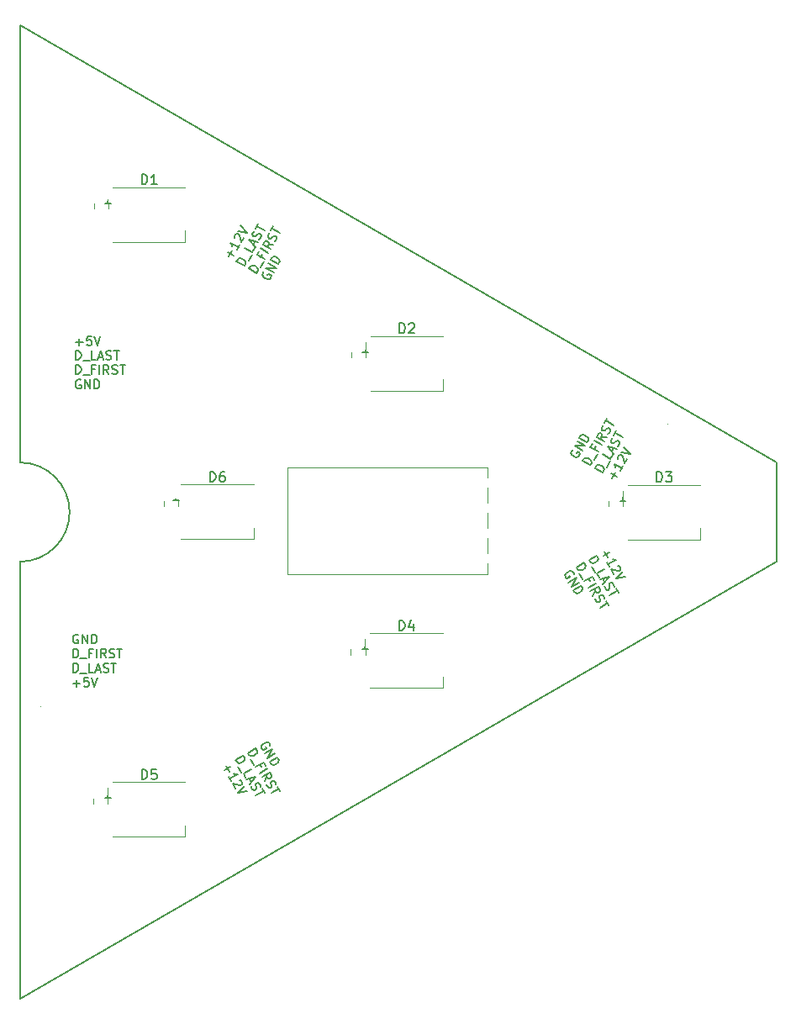
<source format=gbr>
G04 #@! TF.GenerationSoftware,KiCad,Pcbnew,7.0.11+1*
G04 #@! TF.ProjectId,makerspace_sign,6d616b65-7273-4706-9163-655f7369676e,rev?*
G04 #@! TF.SameCoordinates,Original*
G04 #@! TF.FileFunction,Legend,Top*
G04 #@! TF.FilePolarity,Positive*
%FSLAX46Y46*%
G04 Gerber Fmt 4.6, Leading zero omitted, Abs format (unit mm)*
%MOMM*%
%LPD*%
G01*
G04 APERTURE LIST*
G04 #@! TA.AperFunction,Profile*
%ADD10C,0.200000*%
G04 #@! TD*
%ADD11C,0.200000*%
%ADD12C,0.100000*%
%ADD13C,0.150000*%
%ADD14C,0.120000*%
%ADD15C,3.200000*%
%ADD16R,1.500000X0.900000*%
G04 APERTURE END LIST*
D10*
X61975000Y-144375000D02*
X138185236Y-100375000D01*
X61975000Y-100375000D02*
G75*
G03*
X61975000Y-90375000I0J5000000D01*
G01*
X138185236Y-90375000D02*
X61975000Y-46375000D01*
X138185236Y-100375000D02*
X138185236Y-90375000D01*
X61975000Y-46375000D02*
X61975000Y-90375000D01*
X61975000Y-100375000D02*
X61975000Y-144375000D01*
D11*
X87181690Y-118895453D02*
X87175948Y-118799793D01*
X87175948Y-118799793D02*
X87111662Y-118688447D01*
X87111662Y-118688447D02*
X87010261Y-118598530D01*
X87010261Y-118598530D02*
X86893173Y-118567156D01*
X86893173Y-118567156D02*
X86797514Y-118572898D01*
X86797514Y-118572898D02*
X86627624Y-118621497D01*
X86627624Y-118621497D02*
X86516278Y-118685782D01*
X86516278Y-118685782D02*
X86389245Y-118808612D01*
X86389245Y-118808612D02*
X86336443Y-118888584D01*
X86336443Y-118888584D02*
X86305069Y-119005672D01*
X86305069Y-119005672D02*
X86332240Y-119138447D01*
X86332240Y-119138447D02*
X86375097Y-119212678D01*
X86375097Y-119212678D02*
X86476498Y-119302595D01*
X86476498Y-119302595D02*
X86535042Y-119318282D01*
X86535042Y-119318282D02*
X86794849Y-119168282D01*
X86794849Y-119168282D02*
X86709135Y-119019821D01*
X86653668Y-119695178D02*
X87433091Y-119245178D01*
X87433091Y-119245178D02*
X86910811Y-120140562D01*
X86910811Y-120140562D02*
X87690234Y-119690562D01*
X87125097Y-120511716D02*
X87904520Y-120061716D01*
X87904520Y-120061716D02*
X88011662Y-120247293D01*
X88011662Y-120247293D02*
X88038833Y-120380067D01*
X88038833Y-120380067D02*
X88007459Y-120497155D01*
X88007459Y-120497155D02*
X87954657Y-120577128D01*
X87954657Y-120577128D02*
X87827624Y-120699957D01*
X87827624Y-120699957D02*
X87716278Y-120764243D01*
X87716278Y-120764243D02*
X87546388Y-120812842D01*
X87546388Y-120812842D02*
X87450728Y-120818584D01*
X87450728Y-120818584D02*
X87333641Y-120787210D01*
X87333641Y-120787210D02*
X87232240Y-120697293D01*
X87232240Y-120697293D02*
X87125097Y-120511716D01*
X84948797Y-119640255D02*
X85728220Y-119190255D01*
X85728220Y-119190255D02*
X85835363Y-119375832D01*
X85835363Y-119375832D02*
X85862533Y-119508606D01*
X85862533Y-119508606D02*
X85831160Y-119625694D01*
X85831160Y-119625694D02*
X85778357Y-119705667D01*
X85778357Y-119705667D02*
X85651325Y-119828496D01*
X85651325Y-119828496D02*
X85539978Y-119892782D01*
X85539978Y-119892782D02*
X85370088Y-119941381D01*
X85370088Y-119941381D02*
X85274429Y-119947123D01*
X85274429Y-119947123D02*
X85157341Y-119915749D01*
X85157341Y-119915749D02*
X85055940Y-119825832D01*
X85055940Y-119825832D02*
X84948797Y-119640255D01*
X85217424Y-120276958D02*
X85560281Y-120870804D01*
X86299923Y-121037617D02*
X86149923Y-120777809D01*
X85741654Y-121013523D02*
X86521077Y-120563523D01*
X86521077Y-120563523D02*
X86735363Y-120934677D01*
X86127369Y-121681601D02*
X86906792Y-121231601D01*
X86598797Y-122498138D02*
X86819951Y-122024045D01*
X86341654Y-122052754D02*
X87121077Y-121602754D01*
X87121077Y-121602754D02*
X87292506Y-121899677D01*
X87292506Y-121899677D02*
X87298247Y-121995336D01*
X87298247Y-121995336D02*
X87282561Y-122053880D01*
X87282561Y-122053880D02*
X87229758Y-122133853D01*
X87229758Y-122133853D02*
X87118412Y-122198138D01*
X87118412Y-122198138D02*
X87022753Y-122203880D01*
X87022753Y-122203880D02*
X86964209Y-122188193D01*
X86964209Y-122188193D02*
X86884236Y-122135391D01*
X86884236Y-122135391D02*
X86712808Y-121838468D01*
X86807341Y-122773633D02*
X86834511Y-122906408D01*
X86834511Y-122906408D02*
X86941654Y-123091984D01*
X86941654Y-123091984D02*
X87021627Y-123144787D01*
X87021627Y-123144787D02*
X87080171Y-123160473D01*
X87080171Y-123160473D02*
X87175830Y-123154732D01*
X87175830Y-123154732D02*
X87250061Y-123111874D01*
X87250061Y-123111874D02*
X87302863Y-123031902D01*
X87302863Y-123031902D02*
X87318550Y-122973358D01*
X87318550Y-122973358D02*
X87312808Y-122877699D01*
X87312808Y-122877699D02*
X87264209Y-122707809D01*
X87264209Y-122707809D02*
X87258467Y-122612149D01*
X87258467Y-122612149D02*
X87274154Y-122553605D01*
X87274154Y-122553605D02*
X87326956Y-122473633D01*
X87326956Y-122473633D02*
X87401187Y-122430776D01*
X87401187Y-122430776D02*
X87496846Y-122425034D01*
X87496846Y-122425034D02*
X87555390Y-122440721D01*
X87555390Y-122440721D02*
X87635363Y-122493523D01*
X87635363Y-122493523D02*
X87742506Y-122679100D01*
X87742506Y-122679100D02*
X87769676Y-122811874D01*
X87935363Y-123013138D02*
X88192506Y-123458523D01*
X87284511Y-123685831D02*
X88063934Y-123235831D01*
X83693926Y-120364755D02*
X84473349Y-119914755D01*
X84473349Y-119914755D02*
X84580492Y-120100332D01*
X84580492Y-120100332D02*
X84607662Y-120233106D01*
X84607662Y-120233106D02*
X84576289Y-120350194D01*
X84576289Y-120350194D02*
X84523486Y-120430167D01*
X84523486Y-120430167D02*
X84396454Y-120552996D01*
X84396454Y-120552996D02*
X84285107Y-120617282D01*
X84285107Y-120617282D02*
X84115217Y-120665881D01*
X84115217Y-120665881D02*
X84019558Y-120671623D01*
X84019558Y-120671623D02*
X83902470Y-120640249D01*
X83902470Y-120640249D02*
X83801069Y-120550332D01*
X83801069Y-120550332D02*
X83693926Y-120364755D01*
X83962553Y-121001458D02*
X84305410Y-121595304D01*
X84701069Y-122109177D02*
X84486783Y-121738023D01*
X84486783Y-121738023D02*
X85266206Y-121288023D01*
X85052332Y-122203298D02*
X85266618Y-122574451D01*
X84786783Y-122257638D02*
X85716206Y-122067446D01*
X85716206Y-122067446D02*
X85086783Y-122777254D01*
X85252470Y-122978518D02*
X85279640Y-123111292D01*
X85279640Y-123111292D02*
X85386783Y-123296869D01*
X85386783Y-123296869D02*
X85466756Y-123349671D01*
X85466756Y-123349671D02*
X85525300Y-123365358D01*
X85525300Y-123365358D02*
X85620959Y-123359616D01*
X85620959Y-123359616D02*
X85695190Y-123316759D01*
X85695190Y-123316759D02*
X85747992Y-123236787D01*
X85747992Y-123236787D02*
X85763679Y-123178243D01*
X85763679Y-123178243D02*
X85757937Y-123082583D01*
X85757937Y-123082583D02*
X85709338Y-122912693D01*
X85709338Y-122912693D02*
X85703596Y-122817034D01*
X85703596Y-122817034D02*
X85719283Y-122758490D01*
X85719283Y-122758490D02*
X85772085Y-122678518D01*
X85772085Y-122678518D02*
X85846316Y-122635660D01*
X85846316Y-122635660D02*
X85941975Y-122629919D01*
X85941975Y-122629919D02*
X86000519Y-122645605D01*
X86000519Y-122645605D02*
X86080492Y-122698408D01*
X86080492Y-122698408D02*
X86187635Y-122883985D01*
X86187635Y-122883985D02*
X86214805Y-123016759D01*
X86380492Y-123218023D02*
X86637635Y-123663408D01*
X85729640Y-123890715D02*
X86509063Y-123440715D01*
X82735978Y-120917826D02*
X83078835Y-121511672D01*
X82610484Y-121386178D02*
X83204330Y-121043321D01*
X83231912Y-122462524D02*
X82974770Y-122017139D01*
X83103341Y-122239832D02*
X83882764Y-121789832D01*
X83882764Y-121789832D02*
X83728561Y-121779887D01*
X83728561Y-121779887D02*
X83611473Y-121748513D01*
X83611473Y-121748513D02*
X83531500Y-121695711D01*
X84108533Y-122352304D02*
X84167077Y-122367991D01*
X84167077Y-122367991D02*
X84247050Y-122420793D01*
X84247050Y-122420793D02*
X84354193Y-122606370D01*
X84354193Y-122606370D02*
X84359934Y-122702029D01*
X84359934Y-122702029D02*
X84344247Y-122760573D01*
X84344247Y-122760573D02*
X84291445Y-122840546D01*
X84291445Y-122840546D02*
X84217215Y-122883403D01*
X84217215Y-122883403D02*
X84084440Y-122910573D01*
X84084440Y-122910573D02*
X83381913Y-122722332D01*
X83381913Y-122722332D02*
X83660484Y-123204832D01*
X84568478Y-122977524D02*
X83939055Y-123687332D01*
X83939055Y-123687332D02*
X84868478Y-123497139D01*
X83020272Y-69670273D02*
X83363129Y-69076427D01*
X83488623Y-69544778D02*
X82894777Y-69201921D01*
X84110052Y-68468432D02*
X83852909Y-68913817D01*
X83981480Y-68691124D02*
X83202058Y-68241124D01*
X83202058Y-68241124D02*
X83270547Y-68379641D01*
X83270547Y-68379641D02*
X83301920Y-68496729D01*
X83301920Y-68496729D02*
X83296178Y-68592388D01*
X83576288Y-67764366D02*
X83560602Y-67705822D01*
X83560602Y-67705822D02*
X83566343Y-67610163D01*
X83566343Y-67610163D02*
X83673486Y-67424586D01*
X83673486Y-67424586D02*
X83753459Y-67371784D01*
X83753459Y-67371784D02*
X83812003Y-67356097D01*
X83812003Y-67356097D02*
X83907662Y-67361839D01*
X83907662Y-67361839D02*
X83981893Y-67404696D01*
X83981893Y-67404696D02*
X84071810Y-67506097D01*
X84071810Y-67506097D02*
X84260052Y-68208624D01*
X84260052Y-68208624D02*
X84538623Y-67726125D01*
X83887772Y-67053432D02*
X84817195Y-67243625D01*
X84817195Y-67243625D02*
X84187772Y-66533817D01*
X84572066Y-70566201D02*
X83792643Y-70116201D01*
X83792643Y-70116201D02*
X83899786Y-69930624D01*
X83899786Y-69930624D02*
X84001187Y-69840707D01*
X84001187Y-69840707D02*
X84118275Y-69809333D01*
X84118275Y-69809333D02*
X84213934Y-69815075D01*
X84213934Y-69815075D02*
X84383824Y-69863674D01*
X84383824Y-69863674D02*
X84495170Y-69927960D01*
X84495170Y-69927960D02*
X84622203Y-70050789D01*
X84622203Y-70050789D02*
X84675005Y-70130762D01*
X84675005Y-70130762D02*
X84706379Y-70247850D01*
X84706379Y-70247850D02*
X84679208Y-70380624D01*
X84679208Y-70380624D02*
X84572066Y-70566201D01*
X84989153Y-70015212D02*
X85332011Y-69421366D01*
X85579208Y-68821779D02*
X85364923Y-69192933D01*
X85364923Y-69192933D02*
X84585500Y-68742933D01*
X85485087Y-68470516D02*
X85699373Y-68099362D01*
X85664922Y-68673318D02*
X85035499Y-67963510D01*
X85035499Y-67963510D02*
X85964922Y-68153703D01*
X86056379Y-67909581D02*
X86157780Y-67819664D01*
X86157780Y-67819664D02*
X86264923Y-67634087D01*
X86264923Y-67634087D02*
X86270664Y-67538428D01*
X86270664Y-67538428D02*
X86254978Y-67479884D01*
X86254978Y-67479884D02*
X86202175Y-67399911D01*
X86202175Y-67399911D02*
X86127945Y-67357054D01*
X86127945Y-67357054D02*
X86032285Y-67351312D01*
X86032285Y-67351312D02*
X85973741Y-67366999D01*
X85973741Y-67366999D02*
X85893769Y-67419801D01*
X85893769Y-67419801D02*
X85770939Y-67546834D01*
X85770939Y-67546834D02*
X85690967Y-67599636D01*
X85690967Y-67599636D02*
X85632423Y-67615323D01*
X85632423Y-67615323D02*
X85536763Y-67609581D01*
X85536763Y-67609581D02*
X85462533Y-67566724D01*
X85462533Y-67566724D02*
X85409730Y-67486752D01*
X85409730Y-67486752D02*
X85394044Y-67428208D01*
X85394044Y-67428208D02*
X85399785Y-67332548D01*
X85399785Y-67332548D02*
X85506928Y-67146972D01*
X85506928Y-67146972D02*
X85608329Y-67057054D01*
X85699785Y-66812933D02*
X85956928Y-66367549D01*
X86607780Y-67040241D02*
X85828357Y-66590241D01*
X85826937Y-71290701D02*
X85047514Y-70840701D01*
X85047514Y-70840701D02*
X85154657Y-70655124D01*
X85154657Y-70655124D02*
X85256058Y-70565207D01*
X85256058Y-70565207D02*
X85373146Y-70533833D01*
X85373146Y-70533833D02*
X85468805Y-70539575D01*
X85468805Y-70539575D02*
X85638695Y-70588174D01*
X85638695Y-70588174D02*
X85750041Y-70652460D01*
X85750041Y-70652460D02*
X85877074Y-70775289D01*
X85877074Y-70775289D02*
X85929876Y-70855262D01*
X85929876Y-70855262D02*
X85961250Y-70972350D01*
X85961250Y-70972350D02*
X85934079Y-71105124D01*
X85934079Y-71105124D02*
X85826937Y-71290701D01*
X86244024Y-70739712D02*
X86586882Y-70145866D01*
X86361524Y-69421911D02*
X86211524Y-69681718D01*
X86619794Y-69917433D02*
X85840371Y-69467433D01*
X85840371Y-69467433D02*
X86054656Y-69096279D01*
X87005508Y-69249356D02*
X86226085Y-68799356D01*
X87476936Y-68432818D02*
X86955783Y-68478340D01*
X87219794Y-68878202D02*
X86440371Y-68428202D01*
X86440371Y-68428202D02*
X86611799Y-68131279D01*
X86611799Y-68131279D02*
X86691772Y-68078477D01*
X86691772Y-68078477D02*
X86750316Y-68062790D01*
X86750316Y-68062790D02*
X86845975Y-68068532D01*
X86845975Y-68068532D02*
X86957321Y-68132818D01*
X86957321Y-68132818D02*
X87010123Y-68212790D01*
X87010123Y-68212790D02*
X87025810Y-68271334D01*
X87025810Y-68271334D02*
X87020068Y-68366994D01*
X87020068Y-68366994D02*
X86848640Y-68663917D01*
X87611250Y-68114466D02*
X87712651Y-68024549D01*
X87712651Y-68024549D02*
X87819794Y-67838972D01*
X87819794Y-67838972D02*
X87825535Y-67743312D01*
X87825535Y-67743312D02*
X87809849Y-67684768D01*
X87809849Y-67684768D02*
X87757046Y-67604796D01*
X87757046Y-67604796D02*
X87682816Y-67561939D01*
X87682816Y-67561939D02*
X87587156Y-67556197D01*
X87587156Y-67556197D02*
X87528612Y-67571884D01*
X87528612Y-67571884D02*
X87448640Y-67624686D01*
X87448640Y-67624686D02*
X87325810Y-67751719D01*
X87325810Y-67751719D02*
X87245838Y-67804521D01*
X87245838Y-67804521D02*
X87187294Y-67820208D01*
X87187294Y-67820208D02*
X87091634Y-67814466D01*
X87091634Y-67814466D02*
X87017404Y-67771609D01*
X87017404Y-67771609D02*
X86964601Y-67691636D01*
X86964601Y-67691636D02*
X86948915Y-67633093D01*
X86948915Y-67633093D02*
X86954656Y-67537433D01*
X86954656Y-67537433D02*
X87061799Y-67351856D01*
X87061799Y-67351856D02*
X87163200Y-67261939D01*
X87254656Y-67017818D02*
X87511799Y-66572433D01*
X88162651Y-67245126D02*
X87383228Y-66795126D01*
X86575214Y-71178361D02*
X86495242Y-71231163D01*
X86495242Y-71231163D02*
X86430956Y-71342509D01*
X86430956Y-71342509D02*
X86403786Y-71475284D01*
X86403786Y-71475284D02*
X86435159Y-71592372D01*
X86435159Y-71592372D02*
X86487962Y-71672344D01*
X86487962Y-71672344D02*
X86614994Y-71795174D01*
X86614994Y-71795174D02*
X86726341Y-71859460D01*
X86726341Y-71859460D02*
X86896231Y-71908058D01*
X86896231Y-71908058D02*
X86991890Y-71913800D01*
X86991890Y-71913800D02*
X87108978Y-71882427D01*
X87108978Y-71882427D02*
X87210379Y-71792509D01*
X87210379Y-71792509D02*
X87253236Y-71718278D01*
X87253236Y-71718278D02*
X87280406Y-71585504D01*
X87280406Y-71585504D02*
X87264720Y-71526960D01*
X87264720Y-71526960D02*
X87004912Y-71376960D01*
X87004912Y-71376960D02*
X86919198Y-71525421D01*
X87531808Y-71235778D02*
X86752385Y-70785778D01*
X86752385Y-70785778D02*
X87788950Y-70790394D01*
X87788950Y-70790394D02*
X87009528Y-70340394D01*
X88003236Y-70419240D02*
X87223813Y-69969240D01*
X87223813Y-69969240D02*
X87330956Y-69783663D01*
X87330956Y-69783663D02*
X87432357Y-69693746D01*
X87432357Y-69693746D02*
X87549445Y-69662372D01*
X87549445Y-69662372D02*
X87645104Y-69668114D01*
X87645104Y-69668114D02*
X87814994Y-69716713D01*
X87814994Y-69716713D02*
X87926341Y-69780999D01*
X87926341Y-69780999D02*
X88053373Y-69903828D01*
X88053373Y-69903828D02*
X88106176Y-69983801D01*
X88106176Y-69983801D02*
X88137549Y-70100889D01*
X88137549Y-70100889D02*
X88110379Y-70233663D01*
X88110379Y-70233663D02*
X88003236Y-70419240D01*
X120850591Y-99319326D02*
X121193448Y-99913172D01*
X120725097Y-99787678D02*
X121318943Y-99444821D01*
X121346525Y-100864024D02*
X121089383Y-100418639D01*
X121217954Y-100641332D02*
X121997377Y-100191332D01*
X121997377Y-100191332D02*
X121843174Y-100181387D01*
X121843174Y-100181387D02*
X121726086Y-100150013D01*
X121726086Y-100150013D02*
X121646113Y-100097211D01*
X122223146Y-100753804D02*
X122281690Y-100769491D01*
X122281690Y-100769491D02*
X122361663Y-100822293D01*
X122361663Y-100822293D02*
X122468806Y-101007870D01*
X122468806Y-101007870D02*
X122474547Y-101103529D01*
X122474547Y-101103529D02*
X122458860Y-101162073D01*
X122458860Y-101162073D02*
X122406058Y-101242046D01*
X122406058Y-101242046D02*
X122331828Y-101284903D01*
X122331828Y-101284903D02*
X122199053Y-101312073D01*
X122199053Y-101312073D02*
X121496526Y-101123832D01*
X121496526Y-101123832D02*
X121775097Y-101606332D01*
X122683091Y-101379024D02*
X122053668Y-102088832D01*
X122053668Y-102088832D02*
X122983091Y-101898639D01*
X119298797Y-100215255D02*
X120078220Y-99765255D01*
X120078220Y-99765255D02*
X120185363Y-99950832D01*
X120185363Y-99950832D02*
X120212533Y-100083606D01*
X120212533Y-100083606D02*
X120181160Y-100200694D01*
X120181160Y-100200694D02*
X120128357Y-100280667D01*
X120128357Y-100280667D02*
X120001325Y-100403496D01*
X120001325Y-100403496D02*
X119889978Y-100467782D01*
X119889978Y-100467782D02*
X119720088Y-100516381D01*
X119720088Y-100516381D02*
X119624429Y-100522123D01*
X119624429Y-100522123D02*
X119507341Y-100490749D01*
X119507341Y-100490749D02*
X119405940Y-100400832D01*
X119405940Y-100400832D02*
X119298797Y-100215255D01*
X119567424Y-100851958D02*
X119910281Y-101445804D01*
X120305940Y-101959677D02*
X120091654Y-101588523D01*
X120091654Y-101588523D02*
X120871077Y-101138523D01*
X120657203Y-102053798D02*
X120871489Y-102424951D01*
X120391654Y-102108138D02*
X121321077Y-101917946D01*
X121321077Y-101917946D02*
X120691654Y-102627754D01*
X120857341Y-102829018D02*
X120884511Y-102961792D01*
X120884511Y-102961792D02*
X120991654Y-103147369D01*
X120991654Y-103147369D02*
X121071627Y-103200171D01*
X121071627Y-103200171D02*
X121130171Y-103215858D01*
X121130171Y-103215858D02*
X121225830Y-103210116D01*
X121225830Y-103210116D02*
X121300061Y-103167259D01*
X121300061Y-103167259D02*
X121352863Y-103087287D01*
X121352863Y-103087287D02*
X121368550Y-103028743D01*
X121368550Y-103028743D02*
X121362808Y-102933083D01*
X121362808Y-102933083D02*
X121314209Y-102763193D01*
X121314209Y-102763193D02*
X121308467Y-102667534D01*
X121308467Y-102667534D02*
X121324154Y-102608990D01*
X121324154Y-102608990D02*
X121376956Y-102529018D01*
X121376956Y-102529018D02*
X121451187Y-102486160D01*
X121451187Y-102486160D02*
X121546846Y-102480419D01*
X121546846Y-102480419D02*
X121605390Y-102496105D01*
X121605390Y-102496105D02*
X121685363Y-102548908D01*
X121685363Y-102548908D02*
X121792506Y-102734485D01*
X121792506Y-102734485D02*
X121819676Y-102867259D01*
X121985363Y-103068523D02*
X122242506Y-103513908D01*
X121334511Y-103741215D02*
X122113934Y-103291215D01*
X118043926Y-100939755D02*
X118823349Y-100489755D01*
X118823349Y-100489755D02*
X118930492Y-100675332D01*
X118930492Y-100675332D02*
X118957662Y-100808106D01*
X118957662Y-100808106D02*
X118926289Y-100925194D01*
X118926289Y-100925194D02*
X118873486Y-101005167D01*
X118873486Y-101005167D02*
X118746454Y-101127996D01*
X118746454Y-101127996D02*
X118635107Y-101192282D01*
X118635107Y-101192282D02*
X118465217Y-101240881D01*
X118465217Y-101240881D02*
X118369558Y-101246623D01*
X118369558Y-101246623D02*
X118252470Y-101215249D01*
X118252470Y-101215249D02*
X118151069Y-101125332D01*
X118151069Y-101125332D02*
X118043926Y-100939755D01*
X118312553Y-101576458D02*
X118655410Y-102170304D01*
X119395052Y-102337117D02*
X119245052Y-102077309D01*
X118836783Y-102313023D02*
X119616206Y-101863023D01*
X119616206Y-101863023D02*
X119830492Y-102234177D01*
X119222498Y-102981101D02*
X120001921Y-102531101D01*
X119693926Y-103797638D02*
X119915080Y-103323545D01*
X119436783Y-103352254D02*
X120216206Y-102902254D01*
X120216206Y-102902254D02*
X120387635Y-103199177D01*
X120387635Y-103199177D02*
X120393376Y-103294836D01*
X120393376Y-103294836D02*
X120377690Y-103353380D01*
X120377690Y-103353380D02*
X120324887Y-103433353D01*
X120324887Y-103433353D02*
X120213541Y-103497638D01*
X120213541Y-103497638D02*
X120117882Y-103503380D01*
X120117882Y-103503380D02*
X120059338Y-103487693D01*
X120059338Y-103487693D02*
X119979365Y-103434891D01*
X119979365Y-103434891D02*
X119807937Y-103137968D01*
X119902470Y-104073133D02*
X119929640Y-104205908D01*
X119929640Y-104205908D02*
X120036783Y-104391484D01*
X120036783Y-104391484D02*
X120116756Y-104444287D01*
X120116756Y-104444287D02*
X120175300Y-104459973D01*
X120175300Y-104459973D02*
X120270959Y-104454232D01*
X120270959Y-104454232D02*
X120345190Y-104411374D01*
X120345190Y-104411374D02*
X120397992Y-104331402D01*
X120397992Y-104331402D02*
X120413679Y-104272858D01*
X120413679Y-104272858D02*
X120407937Y-104177199D01*
X120407937Y-104177199D02*
X120359338Y-104007309D01*
X120359338Y-104007309D02*
X120353596Y-103911649D01*
X120353596Y-103911649D02*
X120369283Y-103853105D01*
X120369283Y-103853105D02*
X120422085Y-103773133D01*
X120422085Y-103773133D02*
X120496316Y-103730276D01*
X120496316Y-103730276D02*
X120591975Y-103724534D01*
X120591975Y-103724534D02*
X120650519Y-103740221D01*
X120650519Y-103740221D02*
X120730492Y-103793023D01*
X120730492Y-103793023D02*
X120837635Y-103978600D01*
X120837635Y-103978600D02*
X120864805Y-104111374D01*
X121030492Y-104312638D02*
X121287635Y-104758023D01*
X120379640Y-104985331D02*
X121159063Y-104535331D01*
X117767077Y-101643953D02*
X117761335Y-101548293D01*
X117761335Y-101548293D02*
X117697049Y-101436947D01*
X117697049Y-101436947D02*
X117595648Y-101347030D01*
X117595648Y-101347030D02*
X117478560Y-101315656D01*
X117478560Y-101315656D02*
X117382901Y-101321398D01*
X117382901Y-101321398D02*
X117213011Y-101369997D01*
X117213011Y-101369997D02*
X117101665Y-101434282D01*
X117101665Y-101434282D02*
X116974632Y-101557112D01*
X116974632Y-101557112D02*
X116921830Y-101637084D01*
X116921830Y-101637084D02*
X116890456Y-101754172D01*
X116890456Y-101754172D02*
X116917627Y-101886947D01*
X116917627Y-101886947D02*
X116960484Y-101961178D01*
X116960484Y-101961178D02*
X117061885Y-102051095D01*
X117061885Y-102051095D02*
X117120429Y-102066782D01*
X117120429Y-102066782D02*
X117380236Y-101916782D01*
X117380236Y-101916782D02*
X117294522Y-101768321D01*
X117239055Y-102443678D02*
X118018478Y-101993678D01*
X118018478Y-101993678D02*
X117496198Y-102889062D01*
X117496198Y-102889062D02*
X118275621Y-102439062D01*
X117710484Y-103260216D02*
X118489907Y-102810216D01*
X118489907Y-102810216D02*
X118597049Y-102995793D01*
X118597049Y-102995793D02*
X118624220Y-103128567D01*
X118624220Y-103128567D02*
X118592846Y-103245655D01*
X118592846Y-103245655D02*
X118540044Y-103325628D01*
X118540044Y-103325628D02*
X118413011Y-103448457D01*
X118413011Y-103448457D02*
X118301665Y-103512743D01*
X118301665Y-103512743D02*
X118131775Y-103561342D01*
X118131775Y-103561342D02*
X118036115Y-103567084D01*
X118036115Y-103567084D02*
X117919028Y-103535710D01*
X117919028Y-103535710D02*
X117817627Y-103445793D01*
X117817627Y-103445793D02*
X117710484Y-103260216D01*
X67817292Y-107750314D02*
X67731578Y-107707457D01*
X67731578Y-107707457D02*
X67603006Y-107707457D01*
X67603006Y-107707457D02*
X67474435Y-107750314D01*
X67474435Y-107750314D02*
X67388720Y-107836028D01*
X67388720Y-107836028D02*
X67345863Y-107921742D01*
X67345863Y-107921742D02*
X67303006Y-108093171D01*
X67303006Y-108093171D02*
X67303006Y-108221742D01*
X67303006Y-108221742D02*
X67345863Y-108393171D01*
X67345863Y-108393171D02*
X67388720Y-108478885D01*
X67388720Y-108478885D02*
X67474435Y-108564600D01*
X67474435Y-108564600D02*
X67603006Y-108607457D01*
X67603006Y-108607457D02*
X67688720Y-108607457D01*
X67688720Y-108607457D02*
X67817292Y-108564600D01*
X67817292Y-108564600D02*
X67860149Y-108521742D01*
X67860149Y-108521742D02*
X67860149Y-108221742D01*
X67860149Y-108221742D02*
X67688720Y-108221742D01*
X68245863Y-108607457D02*
X68245863Y-107707457D01*
X68245863Y-107707457D02*
X68760149Y-108607457D01*
X68760149Y-108607457D02*
X68760149Y-107707457D01*
X69188720Y-108607457D02*
X69188720Y-107707457D01*
X69188720Y-107707457D02*
X69403006Y-107707457D01*
X69403006Y-107707457D02*
X69531577Y-107750314D01*
X69531577Y-107750314D02*
X69617292Y-107836028D01*
X69617292Y-107836028D02*
X69660149Y-107921742D01*
X69660149Y-107921742D02*
X69703006Y-108093171D01*
X69703006Y-108093171D02*
X69703006Y-108221742D01*
X69703006Y-108221742D02*
X69660149Y-108393171D01*
X69660149Y-108393171D02*
X69617292Y-108478885D01*
X69617292Y-108478885D02*
X69531577Y-108564600D01*
X69531577Y-108564600D02*
X69403006Y-108607457D01*
X69403006Y-108607457D02*
X69188720Y-108607457D01*
X67345863Y-110056457D02*
X67345863Y-109156457D01*
X67345863Y-109156457D02*
X67560149Y-109156457D01*
X67560149Y-109156457D02*
X67688720Y-109199314D01*
X67688720Y-109199314D02*
X67774435Y-109285028D01*
X67774435Y-109285028D02*
X67817292Y-109370742D01*
X67817292Y-109370742D02*
X67860149Y-109542171D01*
X67860149Y-109542171D02*
X67860149Y-109670742D01*
X67860149Y-109670742D02*
X67817292Y-109842171D01*
X67817292Y-109842171D02*
X67774435Y-109927885D01*
X67774435Y-109927885D02*
X67688720Y-110013600D01*
X67688720Y-110013600D02*
X67560149Y-110056457D01*
X67560149Y-110056457D02*
X67345863Y-110056457D01*
X68031578Y-110142171D02*
X68717292Y-110142171D01*
X69231577Y-109585028D02*
X68931577Y-109585028D01*
X68931577Y-110056457D02*
X68931577Y-109156457D01*
X68931577Y-109156457D02*
X69360149Y-109156457D01*
X69703006Y-110056457D02*
X69703006Y-109156457D01*
X70645863Y-110056457D02*
X70345863Y-109627885D01*
X70131577Y-110056457D02*
X70131577Y-109156457D01*
X70131577Y-109156457D02*
X70474434Y-109156457D01*
X70474434Y-109156457D02*
X70560149Y-109199314D01*
X70560149Y-109199314D02*
X70603006Y-109242171D01*
X70603006Y-109242171D02*
X70645863Y-109327885D01*
X70645863Y-109327885D02*
X70645863Y-109456457D01*
X70645863Y-109456457D02*
X70603006Y-109542171D01*
X70603006Y-109542171D02*
X70560149Y-109585028D01*
X70560149Y-109585028D02*
X70474434Y-109627885D01*
X70474434Y-109627885D02*
X70131577Y-109627885D01*
X70988720Y-110013600D02*
X71117292Y-110056457D01*
X71117292Y-110056457D02*
X71331577Y-110056457D01*
X71331577Y-110056457D02*
X71417292Y-110013600D01*
X71417292Y-110013600D02*
X71460149Y-109970742D01*
X71460149Y-109970742D02*
X71503006Y-109885028D01*
X71503006Y-109885028D02*
X71503006Y-109799314D01*
X71503006Y-109799314D02*
X71460149Y-109713600D01*
X71460149Y-109713600D02*
X71417292Y-109670742D01*
X71417292Y-109670742D02*
X71331577Y-109627885D01*
X71331577Y-109627885D02*
X71160149Y-109585028D01*
X71160149Y-109585028D02*
X71074434Y-109542171D01*
X71074434Y-109542171D02*
X71031577Y-109499314D01*
X71031577Y-109499314D02*
X70988720Y-109413600D01*
X70988720Y-109413600D02*
X70988720Y-109327885D01*
X70988720Y-109327885D02*
X71031577Y-109242171D01*
X71031577Y-109242171D02*
X71074434Y-109199314D01*
X71074434Y-109199314D02*
X71160149Y-109156457D01*
X71160149Y-109156457D02*
X71374434Y-109156457D01*
X71374434Y-109156457D02*
X71503006Y-109199314D01*
X71760149Y-109156457D02*
X72274435Y-109156457D01*
X72017292Y-110056457D02*
X72017292Y-109156457D01*
X67345863Y-111505457D02*
X67345863Y-110605457D01*
X67345863Y-110605457D02*
X67560149Y-110605457D01*
X67560149Y-110605457D02*
X67688720Y-110648314D01*
X67688720Y-110648314D02*
X67774435Y-110734028D01*
X67774435Y-110734028D02*
X67817292Y-110819742D01*
X67817292Y-110819742D02*
X67860149Y-110991171D01*
X67860149Y-110991171D02*
X67860149Y-111119742D01*
X67860149Y-111119742D02*
X67817292Y-111291171D01*
X67817292Y-111291171D02*
X67774435Y-111376885D01*
X67774435Y-111376885D02*
X67688720Y-111462600D01*
X67688720Y-111462600D02*
X67560149Y-111505457D01*
X67560149Y-111505457D02*
X67345863Y-111505457D01*
X68031578Y-111591171D02*
X68717292Y-111591171D01*
X69360149Y-111505457D02*
X68931577Y-111505457D01*
X68931577Y-111505457D02*
X68931577Y-110605457D01*
X69617291Y-111248314D02*
X70045863Y-111248314D01*
X69531577Y-111505457D02*
X69831577Y-110605457D01*
X69831577Y-110605457D02*
X70131577Y-111505457D01*
X70388720Y-111462600D02*
X70517292Y-111505457D01*
X70517292Y-111505457D02*
X70731577Y-111505457D01*
X70731577Y-111505457D02*
X70817292Y-111462600D01*
X70817292Y-111462600D02*
X70860149Y-111419742D01*
X70860149Y-111419742D02*
X70903006Y-111334028D01*
X70903006Y-111334028D02*
X70903006Y-111248314D01*
X70903006Y-111248314D02*
X70860149Y-111162600D01*
X70860149Y-111162600D02*
X70817292Y-111119742D01*
X70817292Y-111119742D02*
X70731577Y-111076885D01*
X70731577Y-111076885D02*
X70560149Y-111034028D01*
X70560149Y-111034028D02*
X70474434Y-110991171D01*
X70474434Y-110991171D02*
X70431577Y-110948314D01*
X70431577Y-110948314D02*
X70388720Y-110862600D01*
X70388720Y-110862600D02*
X70388720Y-110776885D01*
X70388720Y-110776885D02*
X70431577Y-110691171D01*
X70431577Y-110691171D02*
X70474434Y-110648314D01*
X70474434Y-110648314D02*
X70560149Y-110605457D01*
X70560149Y-110605457D02*
X70774434Y-110605457D01*
X70774434Y-110605457D02*
X70903006Y-110648314D01*
X71160149Y-110605457D02*
X71674435Y-110605457D01*
X71417292Y-111505457D02*
X71417292Y-110605457D01*
X67345863Y-112611600D02*
X68031578Y-112611600D01*
X67688720Y-112954457D02*
X67688720Y-112268742D01*
X68888721Y-112054457D02*
X68460149Y-112054457D01*
X68460149Y-112054457D02*
X68417292Y-112483028D01*
X68417292Y-112483028D02*
X68460149Y-112440171D01*
X68460149Y-112440171D02*
X68545864Y-112397314D01*
X68545864Y-112397314D02*
X68760149Y-112397314D01*
X68760149Y-112397314D02*
X68845864Y-112440171D01*
X68845864Y-112440171D02*
X68888721Y-112483028D01*
X68888721Y-112483028D02*
X68931578Y-112568742D01*
X68931578Y-112568742D02*
X68931578Y-112783028D01*
X68931578Y-112783028D02*
X68888721Y-112868742D01*
X68888721Y-112868742D02*
X68845864Y-112911600D01*
X68845864Y-112911600D02*
X68760149Y-112954457D01*
X68760149Y-112954457D02*
X68545864Y-112954457D01*
X68545864Y-112954457D02*
X68460149Y-112911600D01*
X68460149Y-112911600D02*
X68417292Y-112868742D01*
X69188721Y-112054457D02*
X69488721Y-112954457D01*
X69488721Y-112954457D02*
X69788721Y-112054457D01*
X67620863Y-78239600D02*
X68306578Y-78239600D01*
X67963720Y-78582457D02*
X67963720Y-77896742D01*
X69163721Y-77682457D02*
X68735149Y-77682457D01*
X68735149Y-77682457D02*
X68692292Y-78111028D01*
X68692292Y-78111028D02*
X68735149Y-78068171D01*
X68735149Y-78068171D02*
X68820864Y-78025314D01*
X68820864Y-78025314D02*
X69035149Y-78025314D01*
X69035149Y-78025314D02*
X69120864Y-78068171D01*
X69120864Y-78068171D02*
X69163721Y-78111028D01*
X69163721Y-78111028D02*
X69206578Y-78196742D01*
X69206578Y-78196742D02*
X69206578Y-78411028D01*
X69206578Y-78411028D02*
X69163721Y-78496742D01*
X69163721Y-78496742D02*
X69120864Y-78539600D01*
X69120864Y-78539600D02*
X69035149Y-78582457D01*
X69035149Y-78582457D02*
X68820864Y-78582457D01*
X68820864Y-78582457D02*
X68735149Y-78539600D01*
X68735149Y-78539600D02*
X68692292Y-78496742D01*
X69463721Y-77682457D02*
X69763721Y-78582457D01*
X69763721Y-78582457D02*
X70063721Y-77682457D01*
X67620863Y-80031457D02*
X67620863Y-79131457D01*
X67620863Y-79131457D02*
X67835149Y-79131457D01*
X67835149Y-79131457D02*
X67963720Y-79174314D01*
X67963720Y-79174314D02*
X68049435Y-79260028D01*
X68049435Y-79260028D02*
X68092292Y-79345742D01*
X68092292Y-79345742D02*
X68135149Y-79517171D01*
X68135149Y-79517171D02*
X68135149Y-79645742D01*
X68135149Y-79645742D02*
X68092292Y-79817171D01*
X68092292Y-79817171D02*
X68049435Y-79902885D01*
X68049435Y-79902885D02*
X67963720Y-79988600D01*
X67963720Y-79988600D02*
X67835149Y-80031457D01*
X67835149Y-80031457D02*
X67620863Y-80031457D01*
X68306578Y-80117171D02*
X68992292Y-80117171D01*
X69635149Y-80031457D02*
X69206577Y-80031457D01*
X69206577Y-80031457D02*
X69206577Y-79131457D01*
X69892291Y-79774314D02*
X70320863Y-79774314D01*
X69806577Y-80031457D02*
X70106577Y-79131457D01*
X70106577Y-79131457D02*
X70406577Y-80031457D01*
X70663720Y-79988600D02*
X70792292Y-80031457D01*
X70792292Y-80031457D02*
X71006577Y-80031457D01*
X71006577Y-80031457D02*
X71092292Y-79988600D01*
X71092292Y-79988600D02*
X71135149Y-79945742D01*
X71135149Y-79945742D02*
X71178006Y-79860028D01*
X71178006Y-79860028D02*
X71178006Y-79774314D01*
X71178006Y-79774314D02*
X71135149Y-79688600D01*
X71135149Y-79688600D02*
X71092292Y-79645742D01*
X71092292Y-79645742D02*
X71006577Y-79602885D01*
X71006577Y-79602885D02*
X70835149Y-79560028D01*
X70835149Y-79560028D02*
X70749434Y-79517171D01*
X70749434Y-79517171D02*
X70706577Y-79474314D01*
X70706577Y-79474314D02*
X70663720Y-79388600D01*
X70663720Y-79388600D02*
X70663720Y-79302885D01*
X70663720Y-79302885D02*
X70706577Y-79217171D01*
X70706577Y-79217171D02*
X70749434Y-79174314D01*
X70749434Y-79174314D02*
X70835149Y-79131457D01*
X70835149Y-79131457D02*
X71049434Y-79131457D01*
X71049434Y-79131457D02*
X71178006Y-79174314D01*
X71435149Y-79131457D02*
X71949435Y-79131457D01*
X71692292Y-80031457D02*
X71692292Y-79131457D01*
X67620863Y-81480457D02*
X67620863Y-80580457D01*
X67620863Y-80580457D02*
X67835149Y-80580457D01*
X67835149Y-80580457D02*
X67963720Y-80623314D01*
X67963720Y-80623314D02*
X68049435Y-80709028D01*
X68049435Y-80709028D02*
X68092292Y-80794742D01*
X68092292Y-80794742D02*
X68135149Y-80966171D01*
X68135149Y-80966171D02*
X68135149Y-81094742D01*
X68135149Y-81094742D02*
X68092292Y-81266171D01*
X68092292Y-81266171D02*
X68049435Y-81351885D01*
X68049435Y-81351885D02*
X67963720Y-81437600D01*
X67963720Y-81437600D02*
X67835149Y-81480457D01*
X67835149Y-81480457D02*
X67620863Y-81480457D01*
X68306578Y-81566171D02*
X68992292Y-81566171D01*
X69506577Y-81009028D02*
X69206577Y-81009028D01*
X69206577Y-81480457D02*
X69206577Y-80580457D01*
X69206577Y-80580457D02*
X69635149Y-80580457D01*
X69978006Y-81480457D02*
X69978006Y-80580457D01*
X70920863Y-81480457D02*
X70620863Y-81051885D01*
X70406577Y-81480457D02*
X70406577Y-80580457D01*
X70406577Y-80580457D02*
X70749434Y-80580457D01*
X70749434Y-80580457D02*
X70835149Y-80623314D01*
X70835149Y-80623314D02*
X70878006Y-80666171D01*
X70878006Y-80666171D02*
X70920863Y-80751885D01*
X70920863Y-80751885D02*
X70920863Y-80880457D01*
X70920863Y-80880457D02*
X70878006Y-80966171D01*
X70878006Y-80966171D02*
X70835149Y-81009028D01*
X70835149Y-81009028D02*
X70749434Y-81051885D01*
X70749434Y-81051885D02*
X70406577Y-81051885D01*
X71263720Y-81437600D02*
X71392292Y-81480457D01*
X71392292Y-81480457D02*
X71606577Y-81480457D01*
X71606577Y-81480457D02*
X71692292Y-81437600D01*
X71692292Y-81437600D02*
X71735149Y-81394742D01*
X71735149Y-81394742D02*
X71778006Y-81309028D01*
X71778006Y-81309028D02*
X71778006Y-81223314D01*
X71778006Y-81223314D02*
X71735149Y-81137600D01*
X71735149Y-81137600D02*
X71692292Y-81094742D01*
X71692292Y-81094742D02*
X71606577Y-81051885D01*
X71606577Y-81051885D02*
X71435149Y-81009028D01*
X71435149Y-81009028D02*
X71349434Y-80966171D01*
X71349434Y-80966171D02*
X71306577Y-80923314D01*
X71306577Y-80923314D02*
X71263720Y-80837600D01*
X71263720Y-80837600D02*
X71263720Y-80751885D01*
X71263720Y-80751885D02*
X71306577Y-80666171D01*
X71306577Y-80666171D02*
X71349434Y-80623314D01*
X71349434Y-80623314D02*
X71435149Y-80580457D01*
X71435149Y-80580457D02*
X71649434Y-80580457D01*
X71649434Y-80580457D02*
X71778006Y-80623314D01*
X72035149Y-80580457D02*
X72549435Y-80580457D01*
X72292292Y-81480457D02*
X72292292Y-80580457D01*
X68092292Y-82072314D02*
X68006578Y-82029457D01*
X68006578Y-82029457D02*
X67878006Y-82029457D01*
X67878006Y-82029457D02*
X67749435Y-82072314D01*
X67749435Y-82072314D02*
X67663720Y-82158028D01*
X67663720Y-82158028D02*
X67620863Y-82243742D01*
X67620863Y-82243742D02*
X67578006Y-82415171D01*
X67578006Y-82415171D02*
X67578006Y-82543742D01*
X67578006Y-82543742D02*
X67620863Y-82715171D01*
X67620863Y-82715171D02*
X67663720Y-82800885D01*
X67663720Y-82800885D02*
X67749435Y-82886600D01*
X67749435Y-82886600D02*
X67878006Y-82929457D01*
X67878006Y-82929457D02*
X67963720Y-82929457D01*
X67963720Y-82929457D02*
X68092292Y-82886600D01*
X68092292Y-82886600D02*
X68135149Y-82843742D01*
X68135149Y-82843742D02*
X68135149Y-82543742D01*
X68135149Y-82543742D02*
X67963720Y-82543742D01*
X68520863Y-82929457D02*
X68520863Y-82029457D01*
X68520863Y-82029457D02*
X69035149Y-82929457D01*
X69035149Y-82929457D02*
X69035149Y-82029457D01*
X69463720Y-82929457D02*
X69463720Y-82029457D01*
X69463720Y-82029457D02*
X69678006Y-82029457D01*
X69678006Y-82029457D02*
X69806577Y-82072314D01*
X69806577Y-82072314D02*
X69892292Y-82158028D01*
X69892292Y-82158028D02*
X69935149Y-82243742D01*
X69935149Y-82243742D02*
X69978006Y-82415171D01*
X69978006Y-82415171D02*
X69978006Y-82543742D01*
X69978006Y-82543742D02*
X69935149Y-82715171D01*
X69935149Y-82715171D02*
X69892292Y-82800885D01*
X69892292Y-82800885D02*
X69806577Y-82886600D01*
X69806577Y-82886600D02*
X69678006Y-82929457D01*
X69678006Y-82929457D02*
X69463720Y-82929457D01*
X117660601Y-89104861D02*
X117580629Y-89157663D01*
X117580629Y-89157663D02*
X117516343Y-89269009D01*
X117516343Y-89269009D02*
X117489173Y-89401784D01*
X117489173Y-89401784D02*
X117520546Y-89518872D01*
X117520546Y-89518872D02*
X117573349Y-89598844D01*
X117573349Y-89598844D02*
X117700381Y-89721674D01*
X117700381Y-89721674D02*
X117811728Y-89785960D01*
X117811728Y-89785960D02*
X117981618Y-89834558D01*
X117981618Y-89834558D02*
X118077277Y-89840300D01*
X118077277Y-89840300D02*
X118194365Y-89808927D01*
X118194365Y-89808927D02*
X118295766Y-89719009D01*
X118295766Y-89719009D02*
X118338623Y-89644778D01*
X118338623Y-89644778D02*
X118365793Y-89512004D01*
X118365793Y-89512004D02*
X118350107Y-89453460D01*
X118350107Y-89453460D02*
X118090299Y-89303460D01*
X118090299Y-89303460D02*
X118004585Y-89451921D01*
X118617195Y-89162278D02*
X117837772Y-88712278D01*
X117837772Y-88712278D02*
X118874337Y-88716894D01*
X118874337Y-88716894D02*
X118094915Y-88266894D01*
X119088623Y-88345740D02*
X118309200Y-87895740D01*
X118309200Y-87895740D02*
X118416343Y-87710163D01*
X118416343Y-87710163D02*
X118517744Y-87620246D01*
X118517744Y-87620246D02*
X118634832Y-87588872D01*
X118634832Y-87588872D02*
X118730491Y-87594614D01*
X118730491Y-87594614D02*
X118900381Y-87643213D01*
X118900381Y-87643213D02*
X119011728Y-87707499D01*
X119011728Y-87707499D02*
X119138760Y-87830328D01*
X119138760Y-87830328D02*
X119191563Y-87910301D01*
X119191563Y-87910301D02*
X119222936Y-88027389D01*
X119222936Y-88027389D02*
X119195766Y-88160163D01*
X119195766Y-88160163D02*
X119088623Y-88345740D01*
X119422066Y-90666201D02*
X118642643Y-90216201D01*
X118642643Y-90216201D02*
X118749786Y-90030624D01*
X118749786Y-90030624D02*
X118851187Y-89940707D01*
X118851187Y-89940707D02*
X118968275Y-89909333D01*
X118968275Y-89909333D02*
X119063934Y-89915075D01*
X119063934Y-89915075D02*
X119233824Y-89963674D01*
X119233824Y-89963674D02*
X119345170Y-90027960D01*
X119345170Y-90027960D02*
X119472203Y-90150789D01*
X119472203Y-90150789D02*
X119525005Y-90230762D01*
X119525005Y-90230762D02*
X119556379Y-90347850D01*
X119556379Y-90347850D02*
X119529208Y-90480624D01*
X119529208Y-90480624D02*
X119422066Y-90666201D01*
X119839153Y-90115212D02*
X120182011Y-89521366D01*
X119956653Y-88797411D02*
X119806653Y-89057218D01*
X120214923Y-89292933D02*
X119435500Y-88842933D01*
X119435500Y-88842933D02*
X119649785Y-88471779D01*
X120600637Y-88624856D02*
X119821214Y-88174856D01*
X121072065Y-87808318D02*
X120550912Y-87853840D01*
X120814923Y-88253702D02*
X120035500Y-87803702D01*
X120035500Y-87803702D02*
X120206928Y-87506779D01*
X120206928Y-87506779D02*
X120286901Y-87453977D01*
X120286901Y-87453977D02*
X120345445Y-87438290D01*
X120345445Y-87438290D02*
X120441104Y-87444032D01*
X120441104Y-87444032D02*
X120552450Y-87508318D01*
X120552450Y-87508318D02*
X120605252Y-87588290D01*
X120605252Y-87588290D02*
X120620939Y-87646834D01*
X120620939Y-87646834D02*
X120615197Y-87742494D01*
X120615197Y-87742494D02*
X120443769Y-88039417D01*
X121206379Y-87489966D02*
X121307780Y-87400049D01*
X121307780Y-87400049D02*
X121414923Y-87214472D01*
X121414923Y-87214472D02*
X121420664Y-87118812D01*
X121420664Y-87118812D02*
X121404978Y-87060268D01*
X121404978Y-87060268D02*
X121352175Y-86980296D01*
X121352175Y-86980296D02*
X121277945Y-86937439D01*
X121277945Y-86937439D02*
X121182285Y-86931697D01*
X121182285Y-86931697D02*
X121123741Y-86947384D01*
X121123741Y-86947384D02*
X121043769Y-87000186D01*
X121043769Y-87000186D02*
X120920939Y-87127219D01*
X120920939Y-87127219D02*
X120840967Y-87180021D01*
X120840967Y-87180021D02*
X120782423Y-87195708D01*
X120782423Y-87195708D02*
X120686763Y-87189966D01*
X120686763Y-87189966D02*
X120612533Y-87147109D01*
X120612533Y-87147109D02*
X120559730Y-87067136D01*
X120559730Y-87067136D02*
X120544044Y-87008593D01*
X120544044Y-87008593D02*
X120549785Y-86912933D01*
X120549785Y-86912933D02*
X120656928Y-86727356D01*
X120656928Y-86727356D02*
X120758329Y-86637439D01*
X120849785Y-86393318D02*
X121106928Y-85947933D01*
X121757780Y-86620626D02*
X120978357Y-86170626D01*
X120676937Y-91390701D02*
X119897514Y-90940701D01*
X119897514Y-90940701D02*
X120004657Y-90755124D01*
X120004657Y-90755124D02*
X120106058Y-90665207D01*
X120106058Y-90665207D02*
X120223146Y-90633833D01*
X120223146Y-90633833D02*
X120318805Y-90639575D01*
X120318805Y-90639575D02*
X120488695Y-90688174D01*
X120488695Y-90688174D02*
X120600041Y-90752460D01*
X120600041Y-90752460D02*
X120727074Y-90875289D01*
X120727074Y-90875289D02*
X120779876Y-90955262D01*
X120779876Y-90955262D02*
X120811250Y-91072350D01*
X120811250Y-91072350D02*
X120784079Y-91205124D01*
X120784079Y-91205124D02*
X120676937Y-91390701D01*
X121094024Y-90839712D02*
X121436882Y-90245866D01*
X121684079Y-89646279D02*
X121469794Y-90017433D01*
X121469794Y-90017433D02*
X120690371Y-89567433D01*
X121589958Y-89295016D02*
X121804244Y-88923862D01*
X121769793Y-89497818D02*
X121140370Y-88788010D01*
X121140370Y-88788010D02*
X122069793Y-88978203D01*
X122161250Y-88734081D02*
X122262651Y-88644164D01*
X122262651Y-88644164D02*
X122369794Y-88458587D01*
X122369794Y-88458587D02*
X122375535Y-88362928D01*
X122375535Y-88362928D02*
X122359849Y-88304384D01*
X122359849Y-88304384D02*
X122307046Y-88224411D01*
X122307046Y-88224411D02*
X122232816Y-88181554D01*
X122232816Y-88181554D02*
X122137156Y-88175812D01*
X122137156Y-88175812D02*
X122078612Y-88191499D01*
X122078612Y-88191499D02*
X121998640Y-88244301D01*
X121998640Y-88244301D02*
X121875810Y-88371334D01*
X121875810Y-88371334D02*
X121795838Y-88424136D01*
X121795838Y-88424136D02*
X121737294Y-88439823D01*
X121737294Y-88439823D02*
X121641634Y-88434081D01*
X121641634Y-88434081D02*
X121567404Y-88391224D01*
X121567404Y-88391224D02*
X121514601Y-88311252D01*
X121514601Y-88311252D02*
X121498915Y-88252708D01*
X121498915Y-88252708D02*
X121504656Y-88157048D01*
X121504656Y-88157048D02*
X121611799Y-87971472D01*
X121611799Y-87971472D02*
X121713200Y-87881554D01*
X121804656Y-87637433D02*
X122061799Y-87192049D01*
X122712651Y-87864741D02*
X121933228Y-87414741D01*
X121634885Y-91943773D02*
X121977742Y-91349927D01*
X122103236Y-91818278D02*
X121509390Y-91475421D01*
X122724665Y-90741932D02*
X122467522Y-91187317D01*
X122596093Y-90964624D02*
X121816671Y-90514624D01*
X121816671Y-90514624D02*
X121885160Y-90653141D01*
X121885160Y-90653141D02*
X121916533Y-90770229D01*
X121916533Y-90770229D02*
X121910791Y-90865888D01*
X122190901Y-90037866D02*
X122175215Y-89979322D01*
X122175215Y-89979322D02*
X122180956Y-89883663D01*
X122180956Y-89883663D02*
X122288099Y-89698086D01*
X122288099Y-89698086D02*
X122368072Y-89645284D01*
X122368072Y-89645284D02*
X122426616Y-89629597D01*
X122426616Y-89629597D02*
X122522275Y-89635339D01*
X122522275Y-89635339D02*
X122596506Y-89678196D01*
X122596506Y-89678196D02*
X122686423Y-89779597D01*
X122686423Y-89779597D02*
X122874665Y-90482124D01*
X122874665Y-90482124D02*
X123153236Y-89999625D01*
X122502385Y-89326932D02*
X123431808Y-89517125D01*
X123431808Y-89517125D02*
X122802385Y-88807317D01*
D12*
X70357419Y-99163333D02*
X71071704Y-99163333D01*
X71071704Y-99163333D02*
X71214561Y-99210952D01*
X71214561Y-99210952D02*
X71309800Y-99306190D01*
X71309800Y-99306190D02*
X71357419Y-99449047D01*
X71357419Y-99449047D02*
X71357419Y-99544285D01*
X71357419Y-98163333D02*
X71357419Y-98734761D01*
X71357419Y-98449047D02*
X70357419Y-98449047D01*
X70357419Y-98449047D02*
X70500276Y-98544285D01*
X70500276Y-98544285D02*
X70595514Y-98639523D01*
X70595514Y-98639523D02*
X70643133Y-98734761D01*
X85558206Y-61215431D02*
X85201063Y-61834020D01*
X85201063Y-61834020D02*
X85088395Y-61933929D01*
X85088395Y-61933929D02*
X84958297Y-61968788D01*
X84958297Y-61968788D02*
X84810770Y-61938599D01*
X84810770Y-61938599D02*
X84728291Y-61890980D01*
X85881741Y-61512195D02*
X85946789Y-61494766D01*
X85946789Y-61494766D02*
X86053078Y-61501145D01*
X86053078Y-61501145D02*
X86259274Y-61620193D01*
X86259274Y-61620193D02*
X86317943Y-61709051D01*
X86317943Y-61709051D02*
X86335373Y-61774100D01*
X86335373Y-61774100D02*
X86328993Y-61880388D01*
X86328993Y-61880388D02*
X86281374Y-61962867D01*
X86281374Y-61962867D02*
X86168706Y-62062775D01*
X86168706Y-62062775D02*
X85388120Y-62271933D01*
X85388120Y-62271933D02*
X85924231Y-62581456D01*
D13*
X100161905Y-107279819D02*
X100161905Y-106279819D01*
X100161905Y-106279819D02*
X100400000Y-106279819D01*
X100400000Y-106279819D02*
X100542857Y-106327438D01*
X100542857Y-106327438D02*
X100638095Y-106422676D01*
X100638095Y-106422676D02*
X100685714Y-106517914D01*
X100685714Y-106517914D02*
X100733333Y-106708390D01*
X100733333Y-106708390D02*
X100733333Y-106851247D01*
X100733333Y-106851247D02*
X100685714Y-107041723D01*
X100685714Y-107041723D02*
X100638095Y-107136961D01*
X100638095Y-107136961D02*
X100542857Y-107232200D01*
X100542857Y-107232200D02*
X100400000Y-107279819D01*
X100400000Y-107279819D02*
X100161905Y-107279819D01*
X101590476Y-106613152D02*
X101590476Y-107279819D01*
X101352381Y-106232200D02*
X101114286Y-106946485D01*
X101114286Y-106946485D02*
X101733333Y-106946485D01*
X97035714Y-109179819D02*
X96464286Y-109179819D01*
X96750000Y-109179819D02*
X96750000Y-108179819D01*
X96750000Y-108179819D02*
X96654762Y-108322676D01*
X96654762Y-108322676D02*
X96559524Y-108417914D01*
X96559524Y-108417914D02*
X96464286Y-108465533D01*
X126111905Y-92329819D02*
X126111905Y-91329819D01*
X126111905Y-91329819D02*
X126350000Y-91329819D01*
X126350000Y-91329819D02*
X126492857Y-91377438D01*
X126492857Y-91377438D02*
X126588095Y-91472676D01*
X126588095Y-91472676D02*
X126635714Y-91567914D01*
X126635714Y-91567914D02*
X126683333Y-91758390D01*
X126683333Y-91758390D02*
X126683333Y-91901247D01*
X126683333Y-91901247D02*
X126635714Y-92091723D01*
X126635714Y-92091723D02*
X126588095Y-92186961D01*
X126588095Y-92186961D02*
X126492857Y-92282200D01*
X126492857Y-92282200D02*
X126350000Y-92329819D01*
X126350000Y-92329819D02*
X126111905Y-92329819D01*
X127016667Y-91329819D02*
X127635714Y-91329819D01*
X127635714Y-91329819D02*
X127302381Y-91710771D01*
X127302381Y-91710771D02*
X127445238Y-91710771D01*
X127445238Y-91710771D02*
X127540476Y-91758390D01*
X127540476Y-91758390D02*
X127588095Y-91806009D01*
X127588095Y-91806009D02*
X127635714Y-91901247D01*
X127635714Y-91901247D02*
X127635714Y-92139342D01*
X127635714Y-92139342D02*
X127588095Y-92234580D01*
X127588095Y-92234580D02*
X127540476Y-92282200D01*
X127540476Y-92282200D02*
X127445238Y-92329819D01*
X127445238Y-92329819D02*
X127159524Y-92329819D01*
X127159524Y-92329819D02*
X127064286Y-92282200D01*
X127064286Y-92282200D02*
X127016667Y-92234580D01*
X122985714Y-94229819D02*
X122414286Y-94229819D01*
X122700000Y-94229819D02*
X122700000Y-93229819D01*
X122700000Y-93229819D02*
X122604762Y-93372676D01*
X122604762Y-93372676D02*
X122509524Y-93467914D01*
X122509524Y-93467914D02*
X122414286Y-93515533D01*
D12*
X126342089Y-87189568D02*
X126699232Y-86570979D01*
X126699232Y-86570979D02*
X126811900Y-86471070D01*
X126811900Y-86471070D02*
X126941998Y-86436211D01*
X126941998Y-86436211D02*
X127089525Y-86466400D01*
X127089525Y-86466400D02*
X127172004Y-86514019D01*
X126012175Y-86999092D02*
X125476064Y-86689568D01*
X125476064Y-86689568D02*
X125955215Y-86526320D01*
X125955215Y-86526320D02*
X125831497Y-86454892D01*
X125831497Y-86454892D02*
X125772828Y-86366033D01*
X125772828Y-86366033D02*
X125755398Y-86300984D01*
X125755398Y-86300984D02*
X125761778Y-86194696D01*
X125761778Y-86194696D02*
X125880826Y-85988500D01*
X125880826Y-85988500D02*
X125969684Y-85929831D01*
X125969684Y-85929831D02*
X126034733Y-85912401D01*
X126034733Y-85912401D02*
X126141021Y-85918781D01*
X126141021Y-85918781D02*
X126388457Y-86061638D01*
X126388457Y-86061638D02*
X126447126Y-86150496D01*
X126447126Y-86150496D02*
X126464556Y-86215545D01*
D13*
X100186905Y-77354819D02*
X100186905Y-76354819D01*
X100186905Y-76354819D02*
X100425000Y-76354819D01*
X100425000Y-76354819D02*
X100567857Y-76402438D01*
X100567857Y-76402438D02*
X100663095Y-76497676D01*
X100663095Y-76497676D02*
X100710714Y-76592914D01*
X100710714Y-76592914D02*
X100758333Y-76783390D01*
X100758333Y-76783390D02*
X100758333Y-76926247D01*
X100758333Y-76926247D02*
X100710714Y-77116723D01*
X100710714Y-77116723D02*
X100663095Y-77211961D01*
X100663095Y-77211961D02*
X100567857Y-77307200D01*
X100567857Y-77307200D02*
X100425000Y-77354819D01*
X100425000Y-77354819D02*
X100186905Y-77354819D01*
X101139286Y-76450057D02*
X101186905Y-76402438D01*
X101186905Y-76402438D02*
X101282143Y-76354819D01*
X101282143Y-76354819D02*
X101520238Y-76354819D01*
X101520238Y-76354819D02*
X101615476Y-76402438D01*
X101615476Y-76402438D02*
X101663095Y-76450057D01*
X101663095Y-76450057D02*
X101710714Y-76545295D01*
X101710714Y-76545295D02*
X101710714Y-76640533D01*
X101710714Y-76640533D02*
X101663095Y-76783390D01*
X101663095Y-76783390D02*
X101091667Y-77354819D01*
X101091667Y-77354819D02*
X101710714Y-77354819D01*
X97060714Y-79254819D02*
X96489286Y-79254819D01*
X96775000Y-79254819D02*
X96775000Y-78254819D01*
X96775000Y-78254819D02*
X96679762Y-78397676D01*
X96679762Y-78397676D02*
X96584524Y-78492914D01*
X96584524Y-78492914D02*
X96489286Y-78540533D01*
X74236905Y-62354819D02*
X74236905Y-61354819D01*
X74236905Y-61354819D02*
X74475000Y-61354819D01*
X74475000Y-61354819D02*
X74617857Y-61402438D01*
X74617857Y-61402438D02*
X74713095Y-61497676D01*
X74713095Y-61497676D02*
X74760714Y-61592914D01*
X74760714Y-61592914D02*
X74808333Y-61783390D01*
X74808333Y-61783390D02*
X74808333Y-61926247D01*
X74808333Y-61926247D02*
X74760714Y-62116723D01*
X74760714Y-62116723D02*
X74713095Y-62211961D01*
X74713095Y-62211961D02*
X74617857Y-62307200D01*
X74617857Y-62307200D02*
X74475000Y-62354819D01*
X74475000Y-62354819D02*
X74236905Y-62354819D01*
X75760714Y-62354819D02*
X75189286Y-62354819D01*
X75475000Y-62354819D02*
X75475000Y-61354819D01*
X75475000Y-61354819D02*
X75379762Y-61497676D01*
X75379762Y-61497676D02*
X75284524Y-61592914D01*
X75284524Y-61592914D02*
X75189286Y-61640533D01*
X71110714Y-64254819D02*
X70539286Y-64254819D01*
X70825000Y-64254819D02*
X70825000Y-63254819D01*
X70825000Y-63254819D02*
X70729762Y-63397676D01*
X70729762Y-63397676D02*
X70634524Y-63492914D01*
X70634524Y-63492914D02*
X70539286Y-63540533D01*
D12*
X63057419Y-114523333D02*
X63771704Y-114523333D01*
X63771704Y-114523333D02*
X63914561Y-114570952D01*
X63914561Y-114570952D02*
X64009800Y-114666190D01*
X64009800Y-114666190D02*
X64057419Y-114809047D01*
X64057419Y-114809047D02*
X64057419Y-114904285D01*
X63057419Y-113570952D02*
X63057419Y-114047142D01*
X63057419Y-114047142D02*
X63533609Y-114094761D01*
X63533609Y-114094761D02*
X63485990Y-114047142D01*
X63485990Y-114047142D02*
X63438371Y-113951904D01*
X63438371Y-113951904D02*
X63438371Y-113713809D01*
X63438371Y-113713809D02*
X63485990Y-113618571D01*
X63485990Y-113618571D02*
X63533609Y-113570952D01*
X63533609Y-113570952D02*
X63628847Y-113523333D01*
X63628847Y-113523333D02*
X63866942Y-113523333D01*
X63866942Y-113523333D02*
X63962180Y-113570952D01*
X63962180Y-113570952D02*
X64009800Y-113618571D01*
X64009800Y-113618571D02*
X64057419Y-113713809D01*
X64057419Y-113713809D02*
X64057419Y-113951904D01*
X64057419Y-113951904D02*
X64009800Y-114047142D01*
X64009800Y-114047142D02*
X63962180Y-114094761D01*
X127359965Y-105386235D02*
X127002822Y-104767645D01*
X127002822Y-104767645D02*
X126972633Y-104620118D01*
X126972633Y-104620118D02*
X127007493Y-104490020D01*
X127007493Y-104490020D02*
X127107401Y-104377352D01*
X127107401Y-104377352D02*
X127189880Y-104329733D01*
X126576418Y-105838616D02*
X126741375Y-105743378D01*
X126741375Y-105743378D02*
X126800045Y-105654519D01*
X126800045Y-105654519D02*
X126817474Y-105589470D01*
X126817474Y-105589470D02*
X126828524Y-105418133D01*
X126828524Y-105418133D02*
X126774526Y-105229367D01*
X126774526Y-105229367D02*
X126584049Y-104899452D01*
X126584049Y-104899452D02*
X126495191Y-104840783D01*
X126495191Y-104840783D02*
X126430142Y-104823353D01*
X126430142Y-104823353D02*
X126323854Y-104829733D01*
X126323854Y-104829733D02*
X126158897Y-104924971D01*
X126158897Y-104924971D02*
X126100228Y-105013830D01*
X126100228Y-105013830D02*
X126082798Y-105078878D01*
X126082798Y-105078878D02*
X126089178Y-105185167D01*
X126089178Y-105185167D02*
X126208225Y-105391363D01*
X126208225Y-105391363D02*
X126297084Y-105450032D01*
X126297084Y-105450032D02*
X126362133Y-105467462D01*
X126362133Y-105467462D02*
X126468421Y-105461082D01*
X126468421Y-105461082D02*
X126633378Y-105365844D01*
X126633378Y-105365844D02*
X126692047Y-105276986D01*
X126692047Y-105276986D02*
X126709477Y-105211937D01*
X126709477Y-105211937D02*
X126703097Y-105105649D01*
X65142580Y-76241666D02*
X64428295Y-76241666D01*
X64428295Y-76241666D02*
X64285438Y-76194047D01*
X64285438Y-76194047D02*
X64190200Y-76098809D01*
X64190200Y-76098809D02*
X64142580Y-75955952D01*
X64142580Y-75955952D02*
X64142580Y-75860714D01*
X64809247Y-77146428D02*
X64142580Y-77146428D01*
X65190200Y-76908333D02*
X64475914Y-76670238D01*
X64475914Y-76670238D02*
X64475914Y-77289285D01*
D13*
X74236905Y-122279819D02*
X74236905Y-121279819D01*
X74236905Y-121279819D02*
X74475000Y-121279819D01*
X74475000Y-121279819D02*
X74617857Y-121327438D01*
X74617857Y-121327438D02*
X74713095Y-121422676D01*
X74713095Y-121422676D02*
X74760714Y-121517914D01*
X74760714Y-121517914D02*
X74808333Y-121708390D01*
X74808333Y-121708390D02*
X74808333Y-121851247D01*
X74808333Y-121851247D02*
X74760714Y-122041723D01*
X74760714Y-122041723D02*
X74713095Y-122136961D01*
X74713095Y-122136961D02*
X74617857Y-122232200D01*
X74617857Y-122232200D02*
X74475000Y-122279819D01*
X74475000Y-122279819D02*
X74236905Y-122279819D01*
X75713095Y-121279819D02*
X75236905Y-121279819D01*
X75236905Y-121279819D02*
X75189286Y-121756009D01*
X75189286Y-121756009D02*
X75236905Y-121708390D01*
X75236905Y-121708390D02*
X75332143Y-121660771D01*
X75332143Y-121660771D02*
X75570238Y-121660771D01*
X75570238Y-121660771D02*
X75665476Y-121708390D01*
X75665476Y-121708390D02*
X75713095Y-121756009D01*
X75713095Y-121756009D02*
X75760714Y-121851247D01*
X75760714Y-121851247D02*
X75760714Y-122089342D01*
X75760714Y-122089342D02*
X75713095Y-122184580D01*
X75713095Y-122184580D02*
X75665476Y-122232200D01*
X75665476Y-122232200D02*
X75570238Y-122279819D01*
X75570238Y-122279819D02*
X75332143Y-122279819D01*
X75332143Y-122279819D02*
X75236905Y-122232200D01*
X75236905Y-122232200D02*
X75189286Y-122184580D01*
X71110714Y-124179819D02*
X70539286Y-124179819D01*
X70825000Y-124179819D02*
X70825000Y-123179819D01*
X70825000Y-123179819D02*
X70729762Y-123322676D01*
X70729762Y-123322676D02*
X70634524Y-123417914D01*
X70634524Y-123417914D02*
X70539286Y-123465533D01*
D12*
X84515625Y-127703764D02*
X84872768Y-128322354D01*
X84872768Y-128322354D02*
X84902957Y-128469881D01*
X84902957Y-128469881D02*
X84868097Y-128599979D01*
X84868097Y-128599979D02*
X84768189Y-128712647D01*
X84768189Y-128712647D02*
X84685710Y-128760266D01*
X84845539Y-127513288D02*
X85422890Y-127179955D01*
X85422890Y-127179955D02*
X85551736Y-128260266D01*
D13*
X81111905Y-92304819D02*
X81111905Y-91304819D01*
X81111905Y-91304819D02*
X81350000Y-91304819D01*
X81350000Y-91304819D02*
X81492857Y-91352438D01*
X81492857Y-91352438D02*
X81588095Y-91447676D01*
X81588095Y-91447676D02*
X81635714Y-91542914D01*
X81635714Y-91542914D02*
X81683333Y-91733390D01*
X81683333Y-91733390D02*
X81683333Y-91876247D01*
X81683333Y-91876247D02*
X81635714Y-92066723D01*
X81635714Y-92066723D02*
X81588095Y-92161961D01*
X81588095Y-92161961D02*
X81492857Y-92257200D01*
X81492857Y-92257200D02*
X81350000Y-92304819D01*
X81350000Y-92304819D02*
X81111905Y-92304819D01*
X82540476Y-91304819D02*
X82350000Y-91304819D01*
X82350000Y-91304819D02*
X82254762Y-91352438D01*
X82254762Y-91352438D02*
X82207143Y-91400057D01*
X82207143Y-91400057D02*
X82111905Y-91542914D01*
X82111905Y-91542914D02*
X82064286Y-91733390D01*
X82064286Y-91733390D02*
X82064286Y-92114342D01*
X82064286Y-92114342D02*
X82111905Y-92209580D01*
X82111905Y-92209580D02*
X82159524Y-92257200D01*
X82159524Y-92257200D02*
X82254762Y-92304819D01*
X82254762Y-92304819D02*
X82445238Y-92304819D01*
X82445238Y-92304819D02*
X82540476Y-92257200D01*
X82540476Y-92257200D02*
X82588095Y-92209580D01*
X82588095Y-92209580D02*
X82635714Y-92114342D01*
X82635714Y-92114342D02*
X82635714Y-91876247D01*
X82635714Y-91876247D02*
X82588095Y-91781009D01*
X82588095Y-91781009D02*
X82540476Y-91733390D01*
X82540476Y-91733390D02*
X82445238Y-91685771D01*
X82445238Y-91685771D02*
X82254762Y-91685771D01*
X82254762Y-91685771D02*
X82159524Y-91733390D01*
X82159524Y-91733390D02*
X82111905Y-91781009D01*
X82111905Y-91781009D02*
X82064286Y-91876247D01*
X77985714Y-94204819D02*
X77414286Y-94204819D01*
X77700000Y-94204819D02*
X77700000Y-93204819D01*
X77700000Y-93204819D02*
X77604762Y-93347676D01*
X77604762Y-93347676D02*
X77509524Y-93442914D01*
X77509524Y-93442914D02*
X77414286Y-93490533D01*
D12*
X109100000Y-90895000D02*
X88900000Y-90895000D01*
X88900000Y-90895000D02*
X88900000Y-101595000D01*
X88900000Y-101595000D02*
X109100000Y-101595000D01*
X109100000Y-101595000D02*
X109100000Y-90895000D01*
D14*
X122710000Y-94226248D02*
X122710000Y-94748752D01*
X121240000Y-94226248D02*
X121240000Y-94748752D01*
X97250000Y-107575000D02*
X104550000Y-107575000D01*
X97250000Y-113075000D02*
X104550000Y-113075000D01*
X104550000Y-113075000D02*
X104550000Y-111925000D01*
X123200000Y-92625000D02*
X130500000Y-92625000D01*
X123200000Y-98125000D02*
X130500000Y-98125000D01*
X130500000Y-98125000D02*
X130500000Y-96975000D01*
X97275000Y-77650000D02*
X104575000Y-77650000D01*
X97275000Y-83150000D02*
X104575000Y-83150000D01*
X104575000Y-83150000D02*
X104575000Y-82000000D01*
X71325000Y-62650000D02*
X78625000Y-62650000D01*
X71325000Y-68150000D02*
X78625000Y-68150000D01*
X78625000Y-68150000D02*
X78625000Y-67000000D01*
X71325000Y-122575000D02*
X78625000Y-122575000D01*
X71325000Y-128075000D02*
X78625000Y-128075000D01*
X78625000Y-128075000D02*
X78625000Y-126925000D01*
X96760000Y-109201248D02*
X96760000Y-109723752D01*
X95290000Y-109201248D02*
X95290000Y-109723752D01*
X70885000Y-64276248D02*
X70885000Y-64798752D01*
X69415000Y-64276248D02*
X69415000Y-64798752D01*
X78200000Y-92600000D02*
X85500000Y-92600000D01*
X78200000Y-98100000D02*
X85500000Y-98100000D01*
X85500000Y-98100000D02*
X85500000Y-96950000D01*
X70810000Y-124201248D02*
X70810000Y-124723752D01*
X69340000Y-124201248D02*
X69340000Y-124723752D01*
X96835000Y-79276248D02*
X96835000Y-79798752D01*
X95365000Y-79276248D02*
X95365000Y-79798752D01*
X77935000Y-94226248D02*
X77935000Y-94748752D01*
X76465000Y-94226248D02*
X76465000Y-94748752D01*
%LPC*%
G36*
G01*
X73400000Y-98449000D02*
X73400000Y-99211000D01*
G75*
G02*
X73019000Y-99592000I-381000J0D01*
G01*
X69781000Y-99592000D01*
G75*
G02*
X69400000Y-99211000I0J381000D01*
G01*
X69400000Y-98449000D01*
G75*
G02*
X69781000Y-98068000I381000J0D01*
G01*
X73019000Y-98068000D01*
G75*
G02*
X73400000Y-98449000I0J-381000D01*
G01*
G37*
G36*
G01*
X73400000Y-95909000D02*
X73400000Y-96671000D01*
G75*
G02*
X73019000Y-97052000I-381000J0D01*
G01*
X69781000Y-97052000D01*
G75*
G02*
X69400000Y-96671000I0J381000D01*
G01*
X69400000Y-95909000D01*
G75*
G02*
X69781000Y-95528000I381000J0D01*
G01*
X73019000Y-95528000D01*
G75*
G02*
X73400000Y-95909000I0J-381000D01*
G01*
G37*
G36*
G01*
X73400000Y-93369000D02*
X73400000Y-94131000D01*
G75*
G02*
X73019000Y-94512000I-381000J0D01*
G01*
X69781000Y-94512000D01*
G75*
G02*
X69400000Y-94131000I0J381000D01*
G01*
X69400000Y-93369000D01*
G75*
G02*
X69781000Y-92988000I381000J0D01*
G01*
X73019000Y-92988000D01*
G75*
G02*
X73400000Y-93369000I0J-381000D01*
G01*
G37*
G36*
G01*
X73400000Y-90829000D02*
X73400000Y-91591000D01*
G75*
G02*
X73019000Y-91972000I-381000J0D01*
G01*
X69781000Y-91972000D01*
G75*
G02*
X69400000Y-91591000I0J381000D01*
G01*
X69400000Y-90829000D01*
G75*
G02*
X69781000Y-90448000I381000J0D01*
G01*
X73019000Y-90448000D01*
G75*
G02*
X73400000Y-90829000I0J-381000D01*
G01*
G37*
G36*
G01*
X106857000Y-92856000D02*
X106857000Y-92094000D01*
G75*
G02*
X107238000Y-91713000I381000J0D01*
G01*
X108762000Y-91713000D01*
G75*
G02*
X109143000Y-92094000I0J-381000D01*
G01*
X109143000Y-92856000D01*
G75*
G02*
X108762000Y-93237000I-381000J0D01*
G01*
X107238000Y-93237000D01*
G75*
G02*
X106857000Y-92856000I0J381000D01*
G01*
G37*
G36*
G01*
X106857000Y-95396000D02*
X106857000Y-94634000D01*
G75*
G02*
X107238000Y-94253000I381000J0D01*
G01*
X108762000Y-94253000D01*
G75*
G02*
X109143000Y-94634000I0J-381000D01*
G01*
X109143000Y-95396000D01*
G75*
G02*
X108762000Y-95777000I-381000J0D01*
G01*
X107238000Y-95777000D01*
G75*
G02*
X106857000Y-95396000I0J381000D01*
G01*
G37*
G36*
G01*
X106857000Y-97936000D02*
X106857000Y-97174000D01*
G75*
G02*
X107238000Y-96793000I381000J0D01*
G01*
X108762000Y-96793000D01*
G75*
G02*
X109143000Y-97174000I0J-381000D01*
G01*
X109143000Y-97936000D01*
G75*
G02*
X108762000Y-98317000I-381000J0D01*
G01*
X107238000Y-98317000D01*
G75*
G02*
X106857000Y-97936000I0J381000D01*
G01*
G37*
G36*
G01*
X106857000Y-100476000D02*
X106857000Y-99714000D01*
G75*
G02*
X107238000Y-99333000I381000J0D01*
G01*
X108762000Y-99333000D01*
G75*
G02*
X109143000Y-99714000I0J-381000D01*
G01*
X109143000Y-100476000D01*
G75*
G02*
X108762000Y-100857000I-381000J0D01*
G01*
X107238000Y-100857000D01*
G75*
G02*
X106857000Y-100476000I0J381000D01*
G01*
G37*
D15*
X114775000Y-96000000D03*
G36*
G01*
X84655547Y-64207551D02*
X83995635Y-63826551D01*
G75*
G02*
X83856179Y-63306095I190500J329956D01*
G01*
X85475179Y-60501905D01*
G75*
G02*
X85995635Y-60362449I329956J-190500D01*
G01*
X86655547Y-60743449D01*
G75*
G02*
X86795003Y-61263905I-190500J-329956D01*
G01*
X85176003Y-64068095D01*
G75*
G02*
X84655547Y-64207551I-329956J190500D01*
G01*
G37*
G36*
G01*
X86855252Y-65477551D02*
X86195340Y-65096551D01*
G75*
G02*
X86055884Y-64576095I190500J329956D01*
G01*
X87674884Y-61771905D01*
G75*
G02*
X88195340Y-61632449I329956J-190500D01*
G01*
X88855252Y-62013449D01*
G75*
G02*
X88994708Y-62533905I-190500J-329956D01*
G01*
X87375708Y-65338095D01*
G75*
G02*
X86855252Y-65477551I-329956J190500D01*
G01*
G37*
G36*
G01*
X89054956Y-66747551D02*
X88395044Y-66366551D01*
G75*
G02*
X88255588Y-65846095I190500J329956D01*
G01*
X89874588Y-63041905D01*
G75*
G02*
X90395044Y-62902449I329956J-190500D01*
G01*
X91054956Y-63283449D01*
G75*
G02*
X91194412Y-63803905I-190500J-329956D01*
G01*
X89575412Y-66608095D01*
G75*
G02*
X89054956Y-66747551I-329956J190500D01*
G01*
G37*
G36*
G01*
X91254661Y-68017551D02*
X90594749Y-67636551D01*
G75*
G02*
X90455293Y-67116095I190500J329956D01*
G01*
X92074293Y-64311905D01*
G75*
G02*
X92594749Y-64172449I329956J-190500D01*
G01*
X93254661Y-64553449D01*
G75*
G02*
X93394117Y-65073905I-190500J-329956D01*
G01*
X91775117Y-67878095D01*
G75*
G02*
X91254661Y-68017551I-329956J190500D01*
G01*
G37*
X68075000Y-55950000D03*
G36*
G01*
X121500000Y-92862500D02*
X122450000Y-92862500D01*
G75*
G02*
X122700000Y-93112500I0J-250000D01*
G01*
X122700000Y-93787500D01*
G75*
G02*
X122450000Y-94037500I-250000J0D01*
G01*
X121500000Y-94037500D01*
G75*
G02*
X121250000Y-93787500I0J250000D01*
G01*
X121250000Y-93112500D01*
G75*
G02*
X121500000Y-92862500I250000J0D01*
G01*
G37*
G36*
G01*
X121500000Y-94937500D02*
X122450000Y-94937500D01*
G75*
G02*
X122700000Y-95187500I0J-250000D01*
G01*
X122700000Y-95862500D01*
G75*
G02*
X122450000Y-96112500I-250000J0D01*
G01*
X121500000Y-96112500D01*
G75*
G02*
X121250000Y-95862500I0J250000D01*
G01*
X121250000Y-95187500D01*
G75*
G02*
X121500000Y-94937500I250000J0D01*
G01*
G37*
D16*
X98450000Y-108675000D03*
X98450000Y-111975000D03*
X103350000Y-111975000D03*
X103350000Y-108675000D03*
X124400000Y-93725000D03*
X124400000Y-97025000D03*
X129300000Y-97025000D03*
X129300000Y-93725000D03*
G36*
G01*
X127244749Y-84197449D02*
X127904661Y-84578449D01*
G75*
G02*
X128044117Y-85098905I-190500J-329956D01*
G01*
X126425117Y-87903095D01*
G75*
G02*
X125904661Y-88042551I-329956J190500D01*
G01*
X125244749Y-87661551D01*
G75*
G02*
X125105293Y-87141095I190500J329956D01*
G01*
X126724293Y-84336905D01*
G75*
G02*
X127244749Y-84197449I329956J-190500D01*
G01*
G37*
G36*
G01*
X125045044Y-82927449D02*
X125704956Y-83308449D01*
G75*
G02*
X125844412Y-83828905I-190500J-329956D01*
G01*
X124225412Y-86633095D01*
G75*
G02*
X123704956Y-86772551I-329956J190500D01*
G01*
X123045044Y-86391551D01*
G75*
G02*
X122905588Y-85871095I190500J329956D01*
G01*
X124524588Y-83066905D01*
G75*
G02*
X125045044Y-82927449I329956J-190500D01*
G01*
G37*
G36*
G01*
X122845340Y-81657449D02*
X123505252Y-82038449D01*
G75*
G02*
X123644708Y-82558905I-190500J-329956D01*
G01*
X122025708Y-85363095D01*
G75*
G02*
X121505252Y-85502551I-329956J190500D01*
G01*
X120845340Y-85121551D01*
G75*
G02*
X120705884Y-84601095I190500J329956D01*
G01*
X122324884Y-81796905D01*
G75*
G02*
X122845340Y-81657449I329956J-190500D01*
G01*
G37*
G36*
G01*
X120645635Y-80387449D02*
X121305547Y-80768449D01*
G75*
G02*
X121445003Y-81288905I-190500J-329956D01*
G01*
X119826003Y-84093095D01*
G75*
G02*
X119305547Y-84232551I-329956J190500D01*
G01*
X118645635Y-83851551D01*
G75*
G02*
X118506179Y-83331095I190500J329956D01*
G01*
X120125179Y-80526905D01*
G75*
G02*
X120645635Y-80387449I329956J-190500D01*
G01*
G37*
X98475000Y-78750000D03*
X98475000Y-82050000D03*
X103375000Y-82050000D03*
X103375000Y-78750000D03*
X72525000Y-63750000D03*
X72525000Y-67050000D03*
X77425000Y-67050000D03*
X77425000Y-63750000D03*
G36*
G01*
X66100000Y-113809000D02*
X66100000Y-114571000D01*
G75*
G02*
X65719000Y-114952000I-381000J0D01*
G01*
X62481000Y-114952000D01*
G75*
G02*
X62100000Y-114571000I0J381000D01*
G01*
X62100000Y-113809000D01*
G75*
G02*
X62481000Y-113428000I381000J0D01*
G01*
X65719000Y-113428000D01*
G75*
G02*
X66100000Y-113809000I0J-381000D01*
G01*
G37*
G36*
G01*
X66100000Y-111269000D02*
X66100000Y-112031000D01*
G75*
G02*
X65719000Y-112412000I-381000J0D01*
G01*
X62481000Y-112412000D01*
G75*
G02*
X62100000Y-112031000I0J381000D01*
G01*
X62100000Y-111269000D01*
G75*
G02*
X62481000Y-110888000I381000J0D01*
G01*
X65719000Y-110888000D01*
G75*
G02*
X66100000Y-111269000I0J-381000D01*
G01*
G37*
G36*
G01*
X66100000Y-108729000D02*
X66100000Y-109491000D01*
G75*
G02*
X65719000Y-109872000I-381000J0D01*
G01*
X62481000Y-109872000D01*
G75*
G02*
X62100000Y-109491000I0J381000D01*
G01*
X62100000Y-108729000D01*
G75*
G02*
X62481000Y-108348000I381000J0D01*
G01*
X65719000Y-108348000D01*
G75*
G02*
X66100000Y-108729000I0J-381000D01*
G01*
G37*
G36*
G01*
X66100000Y-106189000D02*
X66100000Y-106951000D01*
G75*
G02*
X65719000Y-107332000I-381000J0D01*
G01*
X62481000Y-107332000D01*
G75*
G02*
X62100000Y-106951000I0J381000D01*
G01*
X62100000Y-106189000D01*
G75*
G02*
X62481000Y-105808000I381000J0D01*
G01*
X65719000Y-105808000D01*
G75*
G02*
X66100000Y-106189000I0J-381000D01*
G01*
G37*
G36*
G01*
X125220044Y-103108449D02*
X125879956Y-102727449D01*
G75*
G02*
X126400412Y-102866905I190500J-329956D01*
G01*
X128019412Y-105671095D01*
G75*
G02*
X127879956Y-106191551I-329956J-190500D01*
G01*
X127220044Y-106572551D01*
G75*
G02*
X126699588Y-106433095I-190500J329956D01*
G01*
X125080588Y-103628905D01*
G75*
G02*
X125220044Y-103108449I329956J190500D01*
G01*
G37*
G36*
G01*
X123020339Y-104378449D02*
X123680251Y-103997449D01*
G75*
G02*
X124200707Y-104136905I190500J-329956D01*
G01*
X125819707Y-106941095D01*
G75*
G02*
X125680251Y-107461551I-329956J-190500D01*
G01*
X125020339Y-107842551D01*
G75*
G02*
X124499883Y-107703095I-190500J329956D01*
G01*
X122880883Y-104898905D01*
G75*
G02*
X123020339Y-104378449I329956J190500D01*
G01*
G37*
G36*
G01*
X120820635Y-105648449D02*
X121480547Y-105267449D01*
G75*
G02*
X122001003Y-105406905I190500J-329956D01*
G01*
X123620003Y-108211095D01*
G75*
G02*
X123480547Y-108731551I-329956J-190500D01*
G01*
X122820635Y-109112551D01*
G75*
G02*
X122300179Y-108973095I-190500J329956D01*
G01*
X120681179Y-106168905D01*
G75*
G02*
X120820635Y-105648449I329956J190500D01*
G01*
G37*
G36*
G01*
X118620930Y-106918449D02*
X119280842Y-106537449D01*
G75*
G02*
X119801298Y-106676905I190500J-329956D01*
G01*
X121420298Y-109481095D01*
G75*
G02*
X121280842Y-110001551I-329956J-190500D01*
G01*
X120620930Y-110382551D01*
G75*
G02*
X120100474Y-110243095I-190500J329956D01*
G01*
X118481474Y-107438905D01*
G75*
G02*
X118620930Y-106918449I329956J190500D01*
G01*
G37*
G36*
G01*
X62100000Y-76956000D02*
X62100000Y-76194000D01*
G75*
G02*
X62481000Y-75813000I381000J0D01*
G01*
X65719000Y-75813000D01*
G75*
G02*
X66100000Y-76194000I0J-381000D01*
G01*
X66100000Y-76956000D01*
G75*
G02*
X65719000Y-77337000I-381000J0D01*
G01*
X62481000Y-77337000D01*
G75*
G02*
X62100000Y-76956000I0J381000D01*
G01*
G37*
G36*
G01*
X62100000Y-79496000D02*
X62100000Y-78734000D01*
G75*
G02*
X62481000Y-78353000I381000J0D01*
G01*
X65719000Y-78353000D01*
G75*
G02*
X66100000Y-78734000I0J-381000D01*
G01*
X66100000Y-79496000D01*
G75*
G02*
X65719000Y-79877000I-381000J0D01*
G01*
X62481000Y-79877000D01*
G75*
G02*
X62100000Y-79496000I0J381000D01*
G01*
G37*
G36*
G01*
X62100000Y-82036000D02*
X62100000Y-81274000D01*
G75*
G02*
X62481000Y-80893000I381000J0D01*
G01*
X65719000Y-80893000D01*
G75*
G02*
X66100000Y-81274000I0J-381000D01*
G01*
X66100000Y-82036000D01*
G75*
G02*
X65719000Y-82417000I-381000J0D01*
G01*
X62481000Y-82417000D01*
G75*
G02*
X62100000Y-82036000I0J381000D01*
G01*
G37*
G36*
G01*
X62100000Y-84576000D02*
X62100000Y-83814000D01*
G75*
G02*
X62481000Y-83433000I381000J0D01*
G01*
X65719000Y-83433000D01*
G75*
G02*
X66100000Y-83814000I0J-381000D01*
G01*
X66100000Y-84576000D01*
G75*
G02*
X65719000Y-84957000I-381000J0D01*
G01*
X62481000Y-84957000D01*
G75*
G02*
X62100000Y-84576000I0J381000D01*
G01*
G37*
X72525000Y-123675000D03*
X72525000Y-126975000D03*
X77425000Y-126975000D03*
X77425000Y-123675000D03*
G36*
G01*
X86655547Y-129981551D02*
X85995635Y-130362551D01*
G75*
G02*
X85475179Y-130223095I-190500J329956D01*
G01*
X83856179Y-127418905D01*
G75*
G02*
X83995635Y-126898449I329956J190500D01*
G01*
X84655547Y-126517449D01*
G75*
G02*
X85176003Y-126656905I190500J-329956D01*
G01*
X86795003Y-129461095D01*
G75*
G02*
X86655547Y-129981551I-329956J-190500D01*
G01*
G37*
G36*
G01*
X88855252Y-128711551D02*
X88195340Y-129092551D01*
G75*
G02*
X87674884Y-128953095I-190500J329956D01*
G01*
X86055884Y-126148905D01*
G75*
G02*
X86195340Y-125628449I329956J190500D01*
G01*
X86855252Y-125247449D01*
G75*
G02*
X87375708Y-125386905I190500J-329956D01*
G01*
X88994708Y-128191095D01*
G75*
G02*
X88855252Y-128711551I-329956J-190500D01*
G01*
G37*
G36*
G01*
X91054956Y-127441551D02*
X90395044Y-127822551D01*
G75*
G02*
X89874588Y-127683095I-190500J329956D01*
G01*
X88255588Y-124878905D01*
G75*
G02*
X88395044Y-124358449I329956J190500D01*
G01*
X89054956Y-123977449D01*
G75*
G02*
X89575412Y-124116905I190500J-329956D01*
G01*
X91194412Y-126921095D01*
G75*
G02*
X91054956Y-127441551I-329956J-190500D01*
G01*
G37*
G36*
G01*
X93254661Y-126171551D02*
X92594749Y-126552551D01*
G75*
G02*
X92074293Y-126413095I-190500J329956D01*
G01*
X90455293Y-123608905D01*
G75*
G02*
X90594749Y-123088449I329956J190500D01*
G01*
X91254661Y-122707449D01*
G75*
G02*
X91775117Y-122846905I190500J-329956D01*
G01*
X93394117Y-125651095D01*
G75*
G02*
X93254661Y-126171551I-329956J-190500D01*
G01*
G37*
G36*
G01*
X95550000Y-107837500D02*
X96500000Y-107837500D01*
G75*
G02*
X96750000Y-108087500I0J-250000D01*
G01*
X96750000Y-108762500D01*
G75*
G02*
X96500000Y-109012500I-250000J0D01*
G01*
X95550000Y-109012500D01*
G75*
G02*
X95300000Y-108762500I0J250000D01*
G01*
X95300000Y-108087500D01*
G75*
G02*
X95550000Y-107837500I250000J0D01*
G01*
G37*
G36*
G01*
X95550000Y-109912500D02*
X96500000Y-109912500D01*
G75*
G02*
X96750000Y-110162500I0J-250000D01*
G01*
X96750000Y-110837500D01*
G75*
G02*
X96500000Y-111087500I-250000J0D01*
G01*
X95550000Y-111087500D01*
G75*
G02*
X95300000Y-110837500I0J250000D01*
G01*
X95300000Y-110162500D01*
G75*
G02*
X95550000Y-109912500I250000J0D01*
G01*
G37*
G36*
G01*
X69675000Y-62912500D02*
X70625000Y-62912500D01*
G75*
G02*
X70875000Y-63162500I0J-250000D01*
G01*
X70875000Y-63837500D01*
G75*
G02*
X70625000Y-64087500I-250000J0D01*
G01*
X69675000Y-64087500D01*
G75*
G02*
X69425000Y-63837500I0J250000D01*
G01*
X69425000Y-63162500D01*
G75*
G02*
X69675000Y-62912500I250000J0D01*
G01*
G37*
G36*
G01*
X69675000Y-64987500D02*
X70625000Y-64987500D01*
G75*
G02*
X70875000Y-65237500I0J-250000D01*
G01*
X70875000Y-65912500D01*
G75*
G02*
X70625000Y-66162500I-250000J0D01*
G01*
X69675000Y-66162500D01*
G75*
G02*
X69425000Y-65912500I0J250000D01*
G01*
X69425000Y-65237500D01*
G75*
G02*
X69675000Y-64987500I250000J0D01*
G01*
G37*
X79400000Y-93700000D03*
X79400000Y-97000000D03*
X84300000Y-97000000D03*
X84300000Y-93700000D03*
D15*
X68575000Y-133250000D03*
G36*
G01*
X69600000Y-122837500D02*
X70550000Y-122837500D01*
G75*
G02*
X70800000Y-123087500I0J-250000D01*
G01*
X70800000Y-123762500D01*
G75*
G02*
X70550000Y-124012500I-250000J0D01*
G01*
X69600000Y-124012500D01*
G75*
G02*
X69350000Y-123762500I0J250000D01*
G01*
X69350000Y-123087500D01*
G75*
G02*
X69600000Y-122837500I250000J0D01*
G01*
G37*
G36*
G01*
X69600000Y-124912500D02*
X70550000Y-124912500D01*
G75*
G02*
X70800000Y-125162500I0J-250000D01*
G01*
X70800000Y-125837500D01*
G75*
G02*
X70550000Y-126087500I-250000J0D01*
G01*
X69600000Y-126087500D01*
G75*
G02*
X69350000Y-125837500I0J250000D01*
G01*
X69350000Y-125162500D01*
G75*
G02*
X69600000Y-124912500I250000J0D01*
G01*
G37*
G36*
G01*
X95625000Y-77912500D02*
X96575000Y-77912500D01*
G75*
G02*
X96825000Y-78162500I0J-250000D01*
G01*
X96825000Y-78837500D01*
G75*
G02*
X96575000Y-79087500I-250000J0D01*
G01*
X95625000Y-79087500D01*
G75*
G02*
X95375000Y-78837500I0J250000D01*
G01*
X95375000Y-78162500D01*
G75*
G02*
X95625000Y-77912500I250000J0D01*
G01*
G37*
G36*
G01*
X95625000Y-79987500D02*
X96575000Y-79987500D01*
G75*
G02*
X96825000Y-80237500I0J-250000D01*
G01*
X96825000Y-80912500D01*
G75*
G02*
X96575000Y-81162500I-250000J0D01*
G01*
X95625000Y-81162500D01*
G75*
G02*
X95375000Y-80912500I0J250000D01*
G01*
X95375000Y-80237500D01*
G75*
G02*
X95625000Y-79987500I250000J0D01*
G01*
G37*
G36*
G01*
X76725000Y-92862500D02*
X77675000Y-92862500D01*
G75*
G02*
X77925000Y-93112500I0J-250000D01*
G01*
X77925000Y-93787500D01*
G75*
G02*
X77675000Y-94037500I-250000J0D01*
G01*
X76725000Y-94037500D01*
G75*
G02*
X76475000Y-93787500I0J250000D01*
G01*
X76475000Y-93112500D01*
G75*
G02*
X76725000Y-92862500I250000J0D01*
G01*
G37*
G36*
G01*
X76725000Y-94937500D02*
X77675000Y-94937500D01*
G75*
G02*
X77925000Y-95187500I0J-250000D01*
G01*
X77925000Y-95862500D01*
G75*
G02*
X77675000Y-96112500I-250000J0D01*
G01*
X76725000Y-96112500D01*
G75*
G02*
X76475000Y-95862500I0J250000D01*
G01*
X76475000Y-95187500D01*
G75*
G02*
X76725000Y-94937500I250000J0D01*
G01*
G37*
%LPD*%
M02*

</source>
